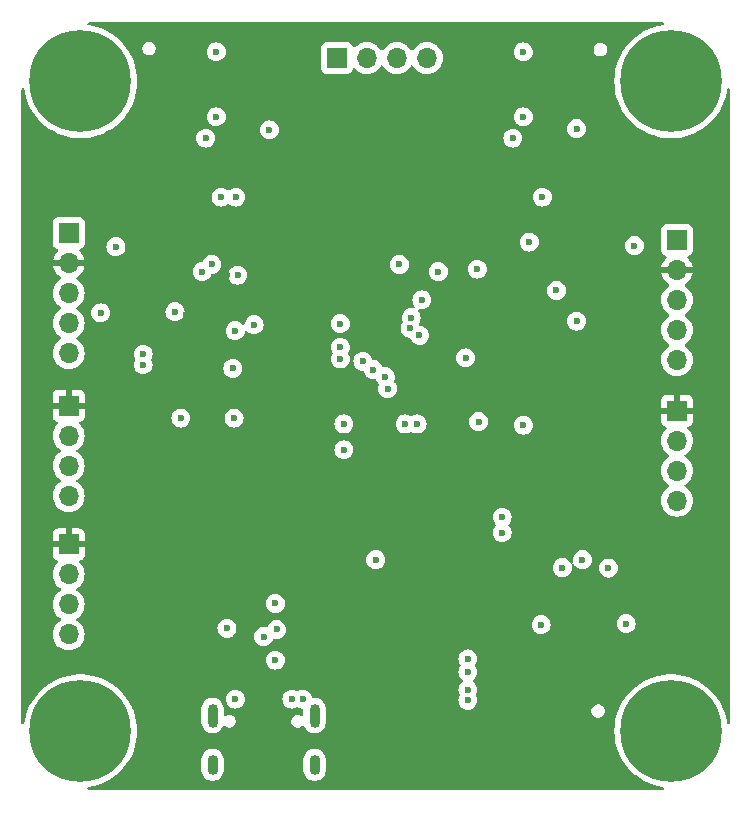
<source format=gbr>
%TF.GenerationSoftware,KiCad,Pcbnew,8.0.6*%
%TF.CreationDate,2024-12-12T23:36:56-08:00*%
%TF.ProjectId,KiCAD_MCPtest,4b694341-445f-44d4-9350-746573742e6b,rev?*%
%TF.SameCoordinates,Original*%
%TF.FileFunction,Copper,L3,Inr*%
%TF.FilePolarity,Positive*%
%FSLAX46Y46*%
G04 Gerber Fmt 4.6, Leading zero omitted, Abs format (unit mm)*
G04 Created by KiCad (PCBNEW 8.0.6) date 2024-12-12 23:36:56*
%MOMM*%
%LPD*%
G01*
G04 APERTURE LIST*
%TA.AperFunction,ComponentPad*%
%ADD10C,0.900000*%
%TD*%
%TA.AperFunction,ComponentPad*%
%ADD11C,8.600000*%
%TD*%
%TA.AperFunction,ComponentPad*%
%ADD12O,0.900000X1.700000*%
%TD*%
%TA.AperFunction,ComponentPad*%
%ADD13O,0.900000X2.000000*%
%TD*%
%TA.AperFunction,ComponentPad*%
%ADD14R,1.700000X1.700000*%
%TD*%
%TA.AperFunction,ComponentPad*%
%ADD15O,1.700000X1.700000*%
%TD*%
%TA.AperFunction,ViaPad*%
%ADD16C,0.600000*%
%TD*%
G04 APERTURE END LIST*
D10*
%TO.N,GND*%
%TO.C,H4*%
X101775000Y-103000000D03*
X102719581Y-100719581D03*
X102719581Y-105280419D03*
X105000000Y-99775000D03*
D11*
X105000000Y-103000000D03*
D10*
X105000000Y-106225000D03*
X107280419Y-100719581D03*
X107280419Y-105280419D03*
X108225000Y-103000000D03*
%TD*%
%TO.N,GND*%
%TO.C,H3*%
X151775000Y-103000000D03*
X152719581Y-100719581D03*
X152719581Y-105280419D03*
X155000000Y-99775000D03*
D11*
X155000000Y-103000000D03*
D10*
X155000000Y-106225000D03*
X157280419Y-100719581D03*
X157280419Y-105280419D03*
X158225000Y-103000000D03*
%TD*%
%TO.N,GND*%
%TO.C,H2*%
X158225000Y-48000000D03*
X157280419Y-50280419D03*
X157280419Y-45719581D03*
X155000000Y-51225000D03*
D11*
X155000000Y-48000000D03*
D10*
X155000000Y-44775000D03*
X152719581Y-50280419D03*
X152719581Y-45719581D03*
X151775000Y-48000000D03*
%TD*%
%TO.N,GND*%
%TO.C,H1*%
X101775000Y-48000000D03*
X102719581Y-45719581D03*
X102719581Y-50280419D03*
X105000000Y-44775000D03*
D11*
X105000000Y-48000000D03*
D10*
X105000000Y-51225000D03*
X107280419Y-45719581D03*
X107280419Y-50280419D03*
X108225000Y-48000000D03*
%TD*%
D12*
%TO.N,GND*%
%TO.C,P1*%
X124820000Y-105865000D03*
D13*
X124820000Y-101695000D03*
D12*
X116180000Y-105865000D03*
D13*
X116180000Y-101695000D03*
%TD*%
D14*
%TO.N,+5V*%
%TO.C,J1*%
X126700000Y-46000000D03*
D15*
%TO.N,CANH*%
X129240000Y-46000000D03*
%TO.N,CANL*%
X131780000Y-46000000D03*
%TO.N,GND*%
X134320000Y-46000000D03*
%TD*%
D14*
%TO.N,+5V*%
%TO.C,J3*%
X104000000Y-60840000D03*
D15*
%TO.N,+3V3*%
X104000000Y-63380000D03*
%TO.N,SWDIO*%
X104000000Y-65920000D03*
%TO.N,SWCLK*%
X104000000Y-68460000D03*
%TO.N,GND*%
X104000000Y-71000000D03*
%TD*%
%TO.N,GND*%
%TO.C,J5*%
X155500000Y-71580000D03*
%TO.N,SWCLK2*%
X155500000Y-69040000D03*
%TO.N,SWDIO2*%
X155500000Y-66500000D03*
%TO.N,+3V3*%
X155500000Y-63960000D03*
D14*
%TO.N,+5V*%
X155500000Y-61420000D03*
%TD*%
%TO.N,+3V3*%
%TO.C,J6*%
X155500000Y-75880000D03*
D15*
%TO.N,USART1_TX2*%
X155500000Y-78420000D03*
%TO.N,USART1_RX2*%
X155500000Y-80960000D03*
%TO.N,GND*%
X155500000Y-83500000D03*
%TD*%
D14*
%TO.N,+3V3*%
%TO.C,J4*%
X104000000Y-75460000D03*
D15*
%TO.N,USART1_TX*%
X104000000Y-78000000D03*
%TO.N,USART1_RX*%
X104000000Y-80540000D03*
%TO.N,GND*%
X104000000Y-83080000D03*
%TD*%
D14*
%TO.N,+3V3*%
%TO.C,J2*%
X104000000Y-87200000D03*
D15*
%TO.N,I2C1_SCL*%
X104000000Y-89740000D03*
%TO.N,I2C1_SDA*%
X104000000Y-92280000D03*
%TO.N,GND*%
X104000000Y-94820000D03*
%TD*%
D16*
%TO.N,+3V3*%
X113900000Y-67800000D03*
%TO.N,+5V*%
X121500000Y-92200000D03*
X118100000Y-100300000D03*
X122900000Y-100300000D03*
%TO.N,GND*%
X117900000Y-72300000D03*
X118300000Y-64400000D03*
%TO.N,+3V3*%
X117400000Y-64400000D03*
X127100000Y-67400000D03*
%TO.N,GND*%
X127000000Y-68500000D03*
X137600000Y-71400000D03*
%TO.N,SWCLK2*%
X145300000Y-65700000D03*
%TO.N,+5V*%
X118135000Y-57800000D03*
%TO.N,+3V3*%
X119500000Y-51500000D03*
%TO.N,+5V*%
X145800000Y-89175000D03*
X147500000Y-88500000D03*
X144100000Y-57800000D03*
%TO.N,GND*%
X140700000Y-86200000D03*
X140700000Y-84900000D03*
X147000000Y-68300000D03*
%TO.N,+3V3*%
X146000000Y-54000000D03*
%TO.N,GND*%
X151900000Y-61900000D03*
X143000000Y-61600000D03*
X147000000Y-52000000D03*
X141600000Y-52800000D03*
X116900000Y-57800000D03*
X121000000Y-52100000D03*
X115600000Y-52800000D03*
X108000000Y-62000000D03*
X115300000Y-64100000D03*
X116100000Y-63500000D03*
X113000000Y-67500000D03*
X110300000Y-72000000D03*
X110300000Y-71100000D03*
X113500000Y-76500000D03*
%TO.N,+3V3*%
X110900000Y-76000000D03*
X144000000Y-76400000D03*
%TO.N,GND*%
X142500000Y-77100000D03*
%TO.N,+3V3*%
X141100000Y-78500000D03*
%TO.N,GND*%
X138700000Y-76800000D03*
X133500000Y-77000000D03*
X132500000Y-77000000D03*
%TO.N,+3V3*%
X131100000Y-76500000D03*
%TO.N,GND*%
X131000000Y-74000000D03*
X130800000Y-73000000D03*
X132900000Y-68900000D03*
X133700000Y-69500000D03*
X133000000Y-68000000D03*
X132000000Y-63500000D03*
X133900000Y-66500000D03*
X138600000Y-63900000D03*
%TO.N,+3V3*%
X135300000Y-65600000D03*
%TO.N,GND*%
X135300000Y-64100000D03*
%TO.N,+3V3*%
X137500000Y-63900000D03*
X146500000Y-67000000D03*
X146800000Y-92000000D03*
%TO.N,GND*%
X117400000Y-94300000D03*
X123800000Y-100300000D03*
X121600000Y-94400000D03*
X130000000Y-88500000D03*
%TO.N,+3V3*%
X134000000Y-96300000D03*
X133200000Y-97700000D03*
X133200000Y-100000000D03*
X134000000Y-101100000D03*
%TO.N,GND*%
X137800000Y-100400000D03*
X137800000Y-99500000D03*
X137800000Y-98000000D03*
X137800000Y-96900000D03*
X144000000Y-94000000D03*
X151200000Y-93900000D03*
X149700000Y-89200000D03*
%TO.N,I2C1_SDA*%
X127300000Y-79200000D03*
X129800000Y-72400000D03*
%TO.N,I2C1_SCL*%
X127300000Y-77000000D03*
X128900000Y-71700000D03*
%TO.N,SWCLK*%
X106700000Y-67600000D03*
X119700000Y-68600000D03*
%TO.N,SWDIO*%
X118100000Y-69100000D03*
%TO.N,+3V3*%
X121600000Y-77000000D03*
X124000000Y-77000000D03*
%TO.N,GND*%
X118000000Y-76500000D03*
%TO.N,+3V3*%
X109500000Y-92200000D03*
%TO.N,USB_CONN_D-*%
X121500000Y-97000000D03*
X120500000Y-95000000D03*
%TO.N,USART1_TX*%
X127000000Y-71500000D03*
%TO.N,USART1_RX*%
X127000000Y-70500000D03*
%TO.N,CANH*%
X142500000Y-45500000D03*
X142500000Y-51000000D03*
X116500000Y-45500000D03*
X116500000Y-51000000D03*
%TD*%
%TA.AperFunction,Conductor*%
%TO.N,+3V3*%
G36*
X154356566Y-43019685D02*
G01*
X154402321Y-43072489D01*
X154412265Y-43141647D01*
X154383240Y-43205203D01*
X154324462Y-43242977D01*
X154311668Y-43246007D01*
X153930704Y-43315142D01*
X153515080Y-43429847D01*
X153515055Y-43429855D01*
X153111386Y-43581354D01*
X153111372Y-43581360D01*
X152722906Y-43768436D01*
X152722904Y-43768437D01*
X152352743Y-43989599D01*
X152003931Y-44243026D01*
X152003914Y-44243039D01*
X151679210Y-44526726D01*
X151679205Y-44526730D01*
X151381237Y-44838379D01*
X151381225Y-44838392D01*
X151112404Y-45175485D01*
X151112394Y-45175498D01*
X150874867Y-45535337D01*
X150874867Y-45535338D01*
X150874864Y-45535343D01*
X150874863Y-45535345D01*
X150865815Y-45552159D01*
X150670537Y-45915044D01*
X150670533Y-45915052D01*
X150501076Y-46311519D01*
X150501073Y-46311527D01*
X150367830Y-46721608D01*
X150271885Y-47141972D01*
X150214006Y-47569253D01*
X150214005Y-47569262D01*
X150194661Y-47999996D01*
X150194661Y-48000003D01*
X150214005Y-48430737D01*
X150214006Y-48430746D01*
X150271885Y-48858027D01*
X150367830Y-49278391D01*
X150501073Y-49688472D01*
X150501076Y-49688480D01*
X150670533Y-50084947D01*
X150670537Y-50084955D01*
X150670539Y-50084958D01*
X150874863Y-50464655D01*
X150874867Y-50464661D01*
X150874867Y-50464662D01*
X151112394Y-50824501D01*
X151112404Y-50824514D01*
X151381225Y-51161607D01*
X151381237Y-51161620D01*
X151676255Y-51470184D01*
X151679210Y-51473274D01*
X152003920Y-51756965D01*
X152003930Y-51756972D01*
X152003931Y-51756973D01*
X152229350Y-51920750D01*
X152352753Y-52010407D01*
X152722900Y-52231560D01*
X152722903Y-52231561D01*
X152722904Y-52231562D01*
X152722906Y-52231563D01*
X153111372Y-52418639D01*
X153111386Y-52418645D01*
X153515055Y-52570144D01*
X153515059Y-52570145D01*
X153515069Y-52570149D01*
X153930711Y-52684859D01*
X154354964Y-52761850D01*
X154784409Y-52800500D01*
X154784416Y-52800500D01*
X155215584Y-52800500D01*
X155215591Y-52800500D01*
X155645036Y-52761850D01*
X156069289Y-52684859D01*
X156484931Y-52570149D01*
X156888619Y-52418643D01*
X157277100Y-52231560D01*
X157647247Y-52010407D01*
X157996080Y-51756965D01*
X158320790Y-51473274D01*
X158618764Y-51161619D01*
X158887601Y-50824507D01*
X159125137Y-50464655D01*
X159329461Y-50084958D01*
X159498926Y-49688475D01*
X159632168Y-49278397D01*
X159728115Y-48858026D01*
X159753122Y-48673411D01*
X159781628Y-48609623D01*
X159840095Y-48571370D01*
X159909963Y-48570800D01*
X159969047Y-48608093D01*
X159998590Y-48671410D01*
X160000000Y-48690058D01*
X160000000Y-102309941D01*
X159980315Y-102376980D01*
X159927511Y-102422735D01*
X159858353Y-102432679D01*
X159794797Y-102403654D01*
X159757023Y-102344876D01*
X159753122Y-102326586D01*
X159728115Y-102141974D01*
X159632168Y-101721603D01*
X159498926Y-101311525D01*
X159419538Y-101125788D01*
X159329466Y-100915052D01*
X159329462Y-100915044D01*
X159304015Y-100867756D01*
X159125137Y-100535345D01*
X159125132Y-100535337D01*
X158887605Y-100175498D01*
X158887595Y-100175485D01*
X158618774Y-99838392D01*
X158618762Y-99838379D01*
X158320794Y-99526730D01*
X158320793Y-99526729D01*
X158320790Y-99526726D01*
X157996080Y-99243035D01*
X157996068Y-99243026D01*
X157647256Y-98989599D01*
X157647251Y-98989596D01*
X157647247Y-98989593D01*
X157277100Y-98768440D01*
X157277095Y-98768437D01*
X157277093Y-98768436D01*
X156888627Y-98581360D01*
X156888613Y-98581354D01*
X156484944Y-98429855D01*
X156484919Y-98429847D01*
X156069295Y-98315142D01*
X155645043Y-98238151D01*
X155645040Y-98238150D01*
X155645036Y-98238150D01*
X155215591Y-98199500D01*
X154784409Y-98199500D01*
X154354964Y-98238150D01*
X154354960Y-98238150D01*
X154354956Y-98238151D01*
X153930704Y-98315142D01*
X153515080Y-98429847D01*
X153515055Y-98429855D01*
X153111386Y-98581354D01*
X153111372Y-98581360D01*
X152722906Y-98768436D01*
X152722904Y-98768437D01*
X152352743Y-98989599D01*
X152003931Y-99243026D01*
X152003914Y-99243039D01*
X151679210Y-99526726D01*
X151679205Y-99526730D01*
X151381237Y-99838379D01*
X151381225Y-99838392D01*
X151112404Y-100175485D01*
X151112394Y-100175498D01*
X150874867Y-100535337D01*
X150874867Y-100535338D01*
X150670537Y-100915044D01*
X150670533Y-100915052D01*
X150501076Y-101311519D01*
X150501073Y-101311527D01*
X150367830Y-101721608D01*
X150271885Y-102141972D01*
X150214006Y-102569253D01*
X150214005Y-102569262D01*
X150194661Y-102999996D01*
X150194661Y-103000003D01*
X150214005Y-103430737D01*
X150214006Y-103430746D01*
X150271885Y-103858027D01*
X150367830Y-104278391D01*
X150501073Y-104688472D01*
X150501076Y-104688480D01*
X150670533Y-105084947D01*
X150670537Y-105084955D01*
X150670539Y-105084958D01*
X150874863Y-105464655D01*
X150874867Y-105464661D01*
X150874867Y-105464662D01*
X151112394Y-105824501D01*
X151112404Y-105824514D01*
X151381225Y-106161607D01*
X151381235Y-106161618D01*
X151381236Y-106161619D01*
X151679210Y-106473274D01*
X151940635Y-106701675D01*
X151956158Y-106715237D01*
X152003920Y-106756965D01*
X152003930Y-106756972D01*
X152003931Y-106756973D01*
X152342973Y-107003302D01*
X152352753Y-107010407D01*
X152722900Y-107231560D01*
X152722903Y-107231561D01*
X152722904Y-107231562D01*
X152722906Y-107231563D01*
X153111372Y-107418639D01*
X153111386Y-107418645D01*
X153515055Y-107570144D01*
X153515059Y-107570145D01*
X153515069Y-107570149D01*
X153930711Y-107684859D01*
X154261902Y-107744961D01*
X154311668Y-107753993D01*
X154374115Y-107785331D01*
X154409706Y-107845457D01*
X154407141Y-107915279D01*
X154367234Y-107972631D01*
X154302656Y-107999303D01*
X154289527Y-108000000D01*
X105710473Y-108000000D01*
X105643434Y-107980315D01*
X105597679Y-107927511D01*
X105587735Y-107858353D01*
X105616760Y-107794797D01*
X105675538Y-107757023D01*
X105688332Y-107753993D01*
X105729249Y-107746567D01*
X106069289Y-107684859D01*
X106484931Y-107570149D01*
X106888619Y-107418643D01*
X107277100Y-107231560D01*
X107647247Y-107010407D01*
X107996080Y-106756965D01*
X108320790Y-106473274D01*
X108618764Y-106161619D01*
X108887601Y-105824507D01*
X109125137Y-105464655D01*
X109175331Y-105371379D01*
X115229500Y-105371379D01*
X115229500Y-106358620D01*
X115266025Y-106542243D01*
X115266027Y-106542251D01*
X115337676Y-106715228D01*
X115337681Y-106715237D01*
X115441697Y-106870907D01*
X115441700Y-106870911D01*
X115574088Y-107003299D01*
X115574092Y-107003302D01*
X115729762Y-107107318D01*
X115729768Y-107107321D01*
X115729769Y-107107322D01*
X115902749Y-107178973D01*
X116086379Y-107215499D01*
X116086383Y-107215500D01*
X116086384Y-107215500D01*
X116273617Y-107215500D01*
X116273618Y-107215499D01*
X116457251Y-107178973D01*
X116630231Y-107107322D01*
X116785908Y-107003302D01*
X116918302Y-106870908D01*
X117022322Y-106715231D01*
X117093973Y-106542251D01*
X117130500Y-106358616D01*
X117130500Y-105371384D01*
X117130499Y-105371379D01*
X123869500Y-105371379D01*
X123869500Y-106358620D01*
X123906025Y-106542243D01*
X123906027Y-106542251D01*
X123977676Y-106715228D01*
X123977681Y-106715237D01*
X124081697Y-106870907D01*
X124081700Y-106870911D01*
X124214088Y-107003299D01*
X124214092Y-107003302D01*
X124369762Y-107107318D01*
X124369768Y-107107321D01*
X124369769Y-107107322D01*
X124542749Y-107178973D01*
X124726379Y-107215499D01*
X124726383Y-107215500D01*
X124726384Y-107215500D01*
X124913617Y-107215500D01*
X124913618Y-107215499D01*
X125097251Y-107178973D01*
X125270231Y-107107322D01*
X125425908Y-107003302D01*
X125558302Y-106870908D01*
X125662322Y-106715231D01*
X125733973Y-106542251D01*
X125770500Y-106358616D01*
X125770500Y-105371384D01*
X125733973Y-105187749D01*
X125662322Y-105014769D01*
X125662321Y-105014768D01*
X125662318Y-105014762D01*
X125558302Y-104859092D01*
X125558299Y-104859088D01*
X125425911Y-104726700D01*
X125425907Y-104726697D01*
X125270237Y-104622681D01*
X125270228Y-104622676D01*
X125097251Y-104551027D01*
X125097243Y-104551025D01*
X124913620Y-104514500D01*
X124913616Y-104514500D01*
X124726384Y-104514500D01*
X124726379Y-104514500D01*
X124542756Y-104551025D01*
X124542748Y-104551027D01*
X124369771Y-104622676D01*
X124369762Y-104622681D01*
X124214092Y-104726697D01*
X124214088Y-104726700D01*
X124081700Y-104859088D01*
X124081697Y-104859092D01*
X123977681Y-105014762D01*
X123977676Y-105014771D01*
X123906027Y-105187748D01*
X123906025Y-105187756D01*
X123869500Y-105371379D01*
X117130499Y-105371379D01*
X117093973Y-105187749D01*
X117022322Y-105014769D01*
X117022321Y-105014768D01*
X117022318Y-105014762D01*
X116918302Y-104859092D01*
X116918299Y-104859088D01*
X116785911Y-104726700D01*
X116785907Y-104726697D01*
X116630237Y-104622681D01*
X116630228Y-104622676D01*
X116457251Y-104551027D01*
X116457243Y-104551025D01*
X116273620Y-104514500D01*
X116273616Y-104514500D01*
X116086384Y-104514500D01*
X116086379Y-104514500D01*
X115902756Y-104551025D01*
X115902748Y-104551027D01*
X115729771Y-104622676D01*
X115729762Y-104622681D01*
X115574092Y-104726697D01*
X115574088Y-104726700D01*
X115441700Y-104859088D01*
X115441697Y-104859092D01*
X115337681Y-105014762D01*
X115337676Y-105014771D01*
X115266027Y-105187748D01*
X115266025Y-105187756D01*
X115229500Y-105371379D01*
X109175331Y-105371379D01*
X109329461Y-105084958D01*
X109498926Y-104688475D01*
X109632168Y-104278397D01*
X109728115Y-103858026D01*
X109785994Y-103430747D01*
X109805339Y-103000000D01*
X109785994Y-102569253D01*
X109728115Y-102141974D01*
X109632168Y-101721603D01*
X109498926Y-101311525D01*
X109419538Y-101125788D01*
X109387734Y-101051379D01*
X115229500Y-101051379D01*
X115229500Y-102338620D01*
X115266025Y-102522243D01*
X115266027Y-102522251D01*
X115337676Y-102695228D01*
X115337681Y-102695237D01*
X115441697Y-102850907D01*
X115441700Y-102850911D01*
X115574088Y-102983299D01*
X115574092Y-102983302D01*
X115729762Y-103087318D01*
X115729768Y-103087321D01*
X115729769Y-103087322D01*
X115902749Y-103158973D01*
X116086379Y-103195499D01*
X116086383Y-103195500D01*
X116086384Y-103195500D01*
X116273617Y-103195500D01*
X116273618Y-103195499D01*
X116457251Y-103158973D01*
X116630231Y-103087322D01*
X116785908Y-102983302D01*
X116918302Y-102850908D01*
X117022322Y-102695231D01*
X117047779Y-102633770D01*
X117091617Y-102579370D01*
X117157911Y-102557304D01*
X117225611Y-102574582D01*
X117250020Y-102593544D01*
X117271985Y-102615509D01*
X117271986Y-102615510D01*
X117271988Y-102615511D01*
X117397511Y-102687982D01*
X117397512Y-102687982D01*
X117397515Y-102687984D01*
X117537525Y-102725500D01*
X117537528Y-102725500D01*
X117682472Y-102725500D01*
X117682475Y-102725500D01*
X117822485Y-102687984D01*
X117948015Y-102615509D01*
X118050509Y-102513015D01*
X118122984Y-102387485D01*
X118160500Y-102247475D01*
X118160500Y-102102525D01*
X118122984Y-101962515D01*
X118050509Y-101836985D01*
X117948015Y-101734491D01*
X117948013Y-101734490D01*
X117948011Y-101734488D01*
X117822488Y-101662017D01*
X117822489Y-101662017D01*
X117811006Y-101658940D01*
X117682475Y-101624500D01*
X117537525Y-101624500D01*
X117408993Y-101658940D01*
X117397511Y-101662017D01*
X117316500Y-101708789D01*
X117248599Y-101725262D01*
X117182573Y-101702409D01*
X117139382Y-101647488D01*
X117130500Y-101601402D01*
X117130500Y-101051383D01*
X117130499Y-101051379D01*
X117117317Y-100985107D01*
X117093973Y-100867749D01*
X117022322Y-100694769D01*
X117022321Y-100694768D01*
X117022318Y-100694762D01*
X116918302Y-100539092D01*
X116918299Y-100539088D01*
X116785911Y-100406700D01*
X116785907Y-100406697D01*
X116630237Y-100302681D01*
X116630228Y-100302676D01*
X116623758Y-100299996D01*
X117294435Y-100299996D01*
X117294435Y-100300003D01*
X117314630Y-100479249D01*
X117314631Y-100479254D01*
X117374211Y-100649523D01*
X117422557Y-100726464D01*
X117470184Y-100802262D01*
X117597738Y-100929816D01*
X117750478Y-101025789D01*
X117901469Y-101078623D01*
X117920745Y-101085368D01*
X117920750Y-101085369D01*
X118099996Y-101105565D01*
X118100000Y-101105565D01*
X118100004Y-101105565D01*
X118279249Y-101085369D01*
X118279252Y-101085368D01*
X118279255Y-101085368D01*
X118449522Y-101025789D01*
X118602262Y-100929816D01*
X118729816Y-100802262D01*
X118825789Y-100649522D01*
X118885368Y-100479255D01*
X118893543Y-100406698D01*
X118905565Y-100300003D01*
X118905565Y-100299996D01*
X122094435Y-100299996D01*
X122094435Y-100300003D01*
X122114630Y-100479249D01*
X122114631Y-100479254D01*
X122174211Y-100649523D01*
X122222557Y-100726464D01*
X122270184Y-100802262D01*
X122397738Y-100929816D01*
X122550478Y-101025789D01*
X122701469Y-101078623D01*
X122720745Y-101085368D01*
X122720750Y-101085369D01*
X122899996Y-101105565D01*
X122900000Y-101105565D01*
X122900004Y-101105565D01*
X123079249Y-101085369D01*
X123079252Y-101085368D01*
X123079255Y-101085368D01*
X123249522Y-101025789D01*
X123284027Y-101004108D01*
X123351263Y-100985107D01*
X123415973Y-101004108D01*
X123450475Y-101025788D01*
X123620745Y-101085368D01*
X123620750Y-101085369D01*
X123759383Y-101100989D01*
X123823797Y-101128055D01*
X123863352Y-101185650D01*
X123869500Y-101224209D01*
X123869500Y-101601402D01*
X123849815Y-101668441D01*
X123797011Y-101714196D01*
X123727853Y-101724140D01*
X123683500Y-101708789D01*
X123602488Y-101662017D01*
X123602489Y-101662017D01*
X123591006Y-101658940D01*
X123462475Y-101624500D01*
X123317525Y-101624500D01*
X123188993Y-101658940D01*
X123177511Y-101662017D01*
X123051988Y-101734488D01*
X123051982Y-101734493D01*
X122949493Y-101836982D01*
X122949488Y-101836988D01*
X122877017Y-101962511D01*
X122877016Y-101962515D01*
X122839500Y-102102525D01*
X122839500Y-102247475D01*
X122863922Y-102338617D01*
X122877017Y-102387488D01*
X122949488Y-102513011D01*
X122949490Y-102513013D01*
X122949491Y-102513015D01*
X123051985Y-102615509D01*
X123051986Y-102615510D01*
X123051988Y-102615511D01*
X123177511Y-102687982D01*
X123177512Y-102687982D01*
X123177515Y-102687984D01*
X123317525Y-102725500D01*
X123317528Y-102725500D01*
X123462472Y-102725500D01*
X123462475Y-102725500D01*
X123602485Y-102687984D01*
X123728015Y-102615509D01*
X123749981Y-102593542D01*
X123811300Y-102560059D01*
X123880991Y-102565042D01*
X123936926Y-102606913D01*
X123952221Y-102633773D01*
X123977674Y-102695224D01*
X123977681Y-102695237D01*
X124081697Y-102850907D01*
X124081700Y-102850911D01*
X124214088Y-102983299D01*
X124214092Y-102983302D01*
X124369762Y-103087318D01*
X124369768Y-103087321D01*
X124369769Y-103087322D01*
X124542749Y-103158973D01*
X124726379Y-103195499D01*
X124726383Y-103195500D01*
X124726384Y-103195500D01*
X124913617Y-103195500D01*
X124913618Y-103195499D01*
X125097251Y-103158973D01*
X125270231Y-103087322D01*
X125425908Y-102983302D01*
X125558302Y-102850908D01*
X125662322Y-102695231D01*
X125733973Y-102522251D01*
X125770500Y-102338616D01*
X125770500Y-101224493D01*
X148250464Y-101224493D01*
X148250464Y-101375507D01*
X148289550Y-101521377D01*
X148289551Y-101521380D01*
X148335752Y-101601402D01*
X148365057Y-101652159D01*
X148471841Y-101758943D01*
X148563767Y-101812016D01*
X148602619Y-101834448D01*
X148602620Y-101834448D01*
X148602623Y-101834450D01*
X148748493Y-101873536D01*
X148899504Y-101873536D01*
X148899507Y-101873536D01*
X149045377Y-101834450D01*
X149176159Y-101758943D01*
X149282943Y-101652159D01*
X149358450Y-101521377D01*
X149397536Y-101375507D01*
X149400000Y-101300000D01*
X149397536Y-101224493D01*
X149358450Y-101078623D01*
X149282943Y-100947841D01*
X149176159Y-100841057D01*
X149108964Y-100802262D01*
X149045380Y-100765551D01*
X149045381Y-100765551D01*
X149033419Y-100762345D01*
X148899507Y-100726464D01*
X148899504Y-100726464D01*
X148748496Y-100726464D01*
X148748493Y-100726464D01*
X148614580Y-100762345D01*
X148602619Y-100765551D01*
X148471844Y-100841055D01*
X148471838Y-100841059D01*
X148365059Y-100947838D01*
X148365055Y-100947844D01*
X148289551Y-101078619D01*
X148289550Y-101078623D01*
X148250464Y-101224493D01*
X125770500Y-101224493D01*
X125770500Y-101051384D01*
X125733973Y-100867749D01*
X125662322Y-100694769D01*
X125662321Y-100694768D01*
X125662318Y-100694762D01*
X125558302Y-100539092D01*
X125558299Y-100539088D01*
X125425911Y-100406700D01*
X125425907Y-100406697D01*
X125270237Y-100302681D01*
X125270228Y-100302676D01*
X125097251Y-100231027D01*
X125097243Y-100231025D01*
X124913620Y-100194500D01*
X124913616Y-100194500D01*
X124726384Y-100194500D01*
X124726377Y-100194500D01*
X124724318Y-100194910D01*
X124723219Y-100194811D01*
X124720321Y-100195097D01*
X124720266Y-100194547D01*
X124654726Y-100188677D01*
X124599553Y-100145810D01*
X124583094Y-100114246D01*
X124560781Y-100050480D01*
X124525789Y-99950478D01*
X124429816Y-99797738D01*
X124302262Y-99670184D01*
X124249999Y-99637345D01*
X124149523Y-99574211D01*
X123979254Y-99514631D01*
X123979249Y-99514630D01*
X123800004Y-99494435D01*
X123799996Y-99494435D01*
X123620750Y-99514630D01*
X123620737Y-99514633D01*
X123450480Y-99574209D01*
X123415970Y-99595893D01*
X123348733Y-99614892D01*
X123284030Y-99595893D01*
X123249519Y-99574209D01*
X123079262Y-99514633D01*
X123079249Y-99514630D01*
X122900004Y-99494435D01*
X122899996Y-99494435D01*
X122720750Y-99514630D01*
X122720745Y-99514631D01*
X122550476Y-99574211D01*
X122397737Y-99670184D01*
X122270184Y-99797737D01*
X122174211Y-99950476D01*
X122114631Y-100120745D01*
X122114630Y-100120750D01*
X122094435Y-100299996D01*
X118905565Y-100299996D01*
X118885369Y-100120750D01*
X118885368Y-100120745D01*
X118860781Y-100050480D01*
X118825789Y-99950478D01*
X118729816Y-99797738D01*
X118602262Y-99670184D01*
X118549999Y-99637345D01*
X118449523Y-99574211D01*
X118279254Y-99514631D01*
X118279249Y-99514630D01*
X118100004Y-99494435D01*
X118099996Y-99494435D01*
X117920750Y-99514630D01*
X117920745Y-99514631D01*
X117750476Y-99574211D01*
X117597737Y-99670184D01*
X117470184Y-99797737D01*
X117374211Y-99950476D01*
X117314631Y-100120745D01*
X117314630Y-100120750D01*
X117294435Y-100299996D01*
X116623758Y-100299996D01*
X116457251Y-100231027D01*
X116457243Y-100231025D01*
X116273620Y-100194500D01*
X116273616Y-100194500D01*
X116086384Y-100194500D01*
X116086379Y-100194500D01*
X115902756Y-100231025D01*
X115902748Y-100231027D01*
X115729771Y-100302676D01*
X115729762Y-100302681D01*
X115574092Y-100406697D01*
X115574088Y-100406700D01*
X115441700Y-100539088D01*
X115441697Y-100539092D01*
X115337681Y-100694762D01*
X115337676Y-100694771D01*
X115266027Y-100867748D01*
X115266025Y-100867756D01*
X115229500Y-101051379D01*
X109387734Y-101051379D01*
X109329466Y-100915052D01*
X109329462Y-100915044D01*
X109304015Y-100867756D01*
X109125137Y-100535345D01*
X109125132Y-100535337D01*
X108887605Y-100175498D01*
X108887595Y-100175485D01*
X108618774Y-99838392D01*
X108618762Y-99838379D01*
X108320794Y-99526730D01*
X108320793Y-99526729D01*
X108320790Y-99526726D01*
X107996080Y-99243035D01*
X107996068Y-99243026D01*
X107647256Y-98989599D01*
X107647251Y-98989596D01*
X107647247Y-98989593D01*
X107277100Y-98768440D01*
X107277095Y-98768437D01*
X107277093Y-98768436D01*
X106888627Y-98581360D01*
X106888613Y-98581354D01*
X106484944Y-98429855D01*
X106484919Y-98429847D01*
X106069295Y-98315142D01*
X105645043Y-98238151D01*
X105645040Y-98238150D01*
X105645036Y-98238150D01*
X105215591Y-98199500D01*
X104784409Y-98199500D01*
X104354964Y-98238150D01*
X104354960Y-98238150D01*
X104354956Y-98238151D01*
X103930704Y-98315142D01*
X103515080Y-98429847D01*
X103515055Y-98429855D01*
X103111386Y-98581354D01*
X103111372Y-98581360D01*
X102722906Y-98768436D01*
X102722904Y-98768437D01*
X102352743Y-98989599D01*
X102003931Y-99243026D01*
X102003914Y-99243039D01*
X101679210Y-99526726D01*
X101679205Y-99526730D01*
X101381237Y-99838379D01*
X101381225Y-99838392D01*
X101112404Y-100175485D01*
X101112394Y-100175498D01*
X100874867Y-100535337D01*
X100874867Y-100535338D01*
X100670537Y-100915044D01*
X100670533Y-100915052D01*
X100501076Y-101311519D01*
X100501073Y-101311527D01*
X100367830Y-101721608D01*
X100271885Y-102141972D01*
X100271885Y-102141974D01*
X100249133Y-102309941D01*
X100246878Y-102326586D01*
X100218372Y-102390376D01*
X100159905Y-102428629D01*
X100090037Y-102429199D01*
X100030953Y-102391906D01*
X100001410Y-102328589D01*
X100000000Y-102309941D01*
X100000000Y-96999996D01*
X120694435Y-96999996D01*
X120694435Y-97000003D01*
X120714630Y-97179249D01*
X120714631Y-97179254D01*
X120774211Y-97349523D01*
X120838140Y-97451264D01*
X120870184Y-97502262D01*
X120997738Y-97629816D01*
X121150478Y-97725789D01*
X121320745Y-97785368D01*
X121320750Y-97785369D01*
X121499996Y-97805565D01*
X121500000Y-97805565D01*
X121500004Y-97805565D01*
X121679249Y-97785369D01*
X121679252Y-97785368D01*
X121679255Y-97785368D01*
X121849522Y-97725789D01*
X122002262Y-97629816D01*
X122129816Y-97502262D01*
X122225789Y-97349522D01*
X122285368Y-97179255D01*
X122285369Y-97179249D01*
X122305565Y-97000003D01*
X122305565Y-96999996D01*
X122294298Y-96899996D01*
X136994435Y-96899996D01*
X136994435Y-96900003D01*
X137014630Y-97079249D01*
X137014631Y-97079254D01*
X137074211Y-97249523D01*
X137158727Y-97384028D01*
X137177727Y-97451264D01*
X137158727Y-97515972D01*
X137074211Y-97650476D01*
X137014631Y-97820745D01*
X137014630Y-97820750D01*
X136994435Y-97999996D01*
X136994435Y-98000003D01*
X137014630Y-98179249D01*
X137014631Y-98179254D01*
X137074211Y-98349523D01*
X137170184Y-98502262D01*
X137297738Y-98629816D01*
X137321911Y-98645005D01*
X137321913Y-98645006D01*
X137368204Y-98697341D01*
X137378852Y-98766395D01*
X137350477Y-98830243D01*
X137321913Y-98854994D01*
X137297737Y-98870184D01*
X137170184Y-98997737D01*
X137074211Y-99150476D01*
X137014631Y-99320745D01*
X137014630Y-99320750D01*
X136994435Y-99499996D01*
X136994435Y-99500003D01*
X137014630Y-99679249D01*
X137014633Y-99679262D01*
X137074209Y-99849519D01*
X137095893Y-99884030D01*
X137114892Y-99951267D01*
X137095893Y-100015970D01*
X137074209Y-100050480D01*
X137014633Y-100220737D01*
X137014630Y-100220750D01*
X136994435Y-100399996D01*
X136994435Y-100400003D01*
X137014630Y-100579249D01*
X137014631Y-100579254D01*
X137074211Y-100749523D01*
X137148497Y-100867748D01*
X137170184Y-100902262D01*
X137297738Y-101029816D01*
X137450478Y-101125789D01*
X137620745Y-101185368D01*
X137620750Y-101185369D01*
X137799996Y-101205565D01*
X137800000Y-101205565D01*
X137800004Y-101205565D01*
X137979249Y-101185369D01*
X137979252Y-101185368D01*
X137979255Y-101185368D01*
X138149522Y-101125789D01*
X138302262Y-101029816D01*
X138429816Y-100902262D01*
X138525789Y-100749522D01*
X138585368Y-100579255D01*
X138585369Y-100579249D01*
X138605565Y-100400003D01*
X138605565Y-100399996D01*
X138585369Y-100220750D01*
X138585368Y-100220745D01*
X138525788Y-100050475D01*
X138504108Y-100015973D01*
X138485107Y-99948737D01*
X138504108Y-99884027D01*
X138525788Y-99849524D01*
X138525790Y-99849519D01*
X138585368Y-99679255D01*
X138597204Y-99574209D01*
X138605565Y-99500003D01*
X138605565Y-99499996D01*
X138585369Y-99320750D01*
X138585368Y-99320745D01*
X138525788Y-99150476D01*
X138429815Y-98997737D01*
X138302264Y-98870186D01*
X138302262Y-98870184D01*
X138278084Y-98854992D01*
X138231796Y-98802661D01*
X138221146Y-98733607D01*
X138249521Y-98669758D01*
X138278082Y-98645009D01*
X138302262Y-98629816D01*
X138429816Y-98502262D01*
X138525789Y-98349522D01*
X138585368Y-98179255D01*
X138605565Y-98000000D01*
X138585368Y-97820745D01*
X138525789Y-97650478D01*
X138525788Y-97650476D01*
X138525788Y-97650475D01*
X138481957Y-97580720D01*
X138441272Y-97515970D01*
X138422272Y-97448736D01*
X138441273Y-97384028D01*
X138525789Y-97249522D01*
X138585368Y-97079255D01*
X138585369Y-97079249D01*
X138605565Y-96900003D01*
X138605565Y-96899996D01*
X138585369Y-96720750D01*
X138585368Y-96720745D01*
X138525789Y-96550478D01*
X138429816Y-96397738D01*
X138302262Y-96270184D01*
X138213852Y-96214632D01*
X138149523Y-96174211D01*
X137979254Y-96114631D01*
X137979249Y-96114630D01*
X137800004Y-96094435D01*
X137799996Y-96094435D01*
X137620750Y-96114630D01*
X137620745Y-96114631D01*
X137450476Y-96174211D01*
X137297737Y-96270184D01*
X137170184Y-96397737D01*
X137074211Y-96550476D01*
X137014631Y-96720745D01*
X137014630Y-96720750D01*
X136994435Y-96899996D01*
X122294298Y-96899996D01*
X122285369Y-96820750D01*
X122285368Y-96820745D01*
X122225788Y-96650476D01*
X122162955Y-96550478D01*
X122129816Y-96497738D01*
X122002262Y-96370184D01*
X121849523Y-96274211D01*
X121679254Y-96214631D01*
X121679249Y-96214630D01*
X121500004Y-96194435D01*
X121499996Y-96194435D01*
X121320750Y-96214630D01*
X121320745Y-96214631D01*
X121150476Y-96274211D01*
X120997737Y-96370184D01*
X120870184Y-96497737D01*
X120774211Y-96650476D01*
X120714631Y-96820745D01*
X120714630Y-96820750D01*
X120694435Y-96999996D01*
X100000000Y-96999996D01*
X100000000Y-89739999D01*
X102644341Y-89739999D01*
X102644341Y-89740000D01*
X102664936Y-89975403D01*
X102664938Y-89975413D01*
X102726094Y-90203655D01*
X102726096Y-90203659D01*
X102726097Y-90203663D01*
X102825965Y-90417830D01*
X102825967Y-90417834D01*
X102961501Y-90611395D01*
X102961506Y-90611402D01*
X103128597Y-90778493D01*
X103128603Y-90778498D01*
X103314158Y-90908425D01*
X103357783Y-90963002D01*
X103364977Y-91032500D01*
X103333454Y-91094855D01*
X103314158Y-91111575D01*
X103128597Y-91241505D01*
X102961505Y-91408597D01*
X102825965Y-91602169D01*
X102825964Y-91602171D01*
X102726098Y-91816335D01*
X102726094Y-91816344D01*
X102664938Y-92044586D01*
X102664936Y-92044596D01*
X102644341Y-92279999D01*
X102644341Y-92280000D01*
X102664936Y-92515403D01*
X102664938Y-92515413D01*
X102726094Y-92743655D01*
X102726096Y-92743659D01*
X102726097Y-92743663D01*
X102766271Y-92829816D01*
X102825965Y-92957830D01*
X102825967Y-92957834D01*
X102961501Y-93151395D01*
X102961506Y-93151402D01*
X103128597Y-93318493D01*
X103128603Y-93318498D01*
X103314158Y-93448425D01*
X103357783Y-93503002D01*
X103364977Y-93572500D01*
X103333454Y-93634855D01*
X103314158Y-93651575D01*
X103128597Y-93781505D01*
X102961505Y-93948597D01*
X102825965Y-94142169D01*
X102825964Y-94142171D01*
X102726098Y-94356335D01*
X102726094Y-94356344D01*
X102664938Y-94584586D01*
X102664936Y-94584596D01*
X102644341Y-94819999D01*
X102644341Y-94820000D01*
X102664936Y-95055403D01*
X102664938Y-95055413D01*
X102726094Y-95283655D01*
X102726096Y-95283659D01*
X102726097Y-95283663D01*
X102756808Y-95349522D01*
X102825965Y-95497830D01*
X102825967Y-95497834D01*
X102829068Y-95502262D01*
X102961505Y-95691401D01*
X103128599Y-95858495D01*
X103225384Y-95926265D01*
X103322165Y-95994032D01*
X103322167Y-95994033D01*
X103322170Y-95994035D01*
X103536337Y-96093903D01*
X103764592Y-96155063D01*
X103952918Y-96171539D01*
X103999999Y-96175659D01*
X104000000Y-96175659D01*
X104000001Y-96175659D01*
X104039234Y-96172226D01*
X104235408Y-96155063D01*
X104463663Y-96093903D01*
X104677830Y-95994035D01*
X104871401Y-95858495D01*
X105038495Y-95691401D01*
X105174035Y-95497830D01*
X105273903Y-95283663D01*
X105335063Y-95055408D01*
X105355659Y-94820000D01*
X105335063Y-94584592D01*
X105273903Y-94356337D01*
X105247631Y-94299996D01*
X116594435Y-94299996D01*
X116594435Y-94300003D01*
X116614630Y-94479249D01*
X116614631Y-94479254D01*
X116674211Y-94649523D01*
X116737045Y-94749522D01*
X116770184Y-94802262D01*
X116897738Y-94929816D01*
X117050478Y-95025789D01*
X117135139Y-95055413D01*
X117220745Y-95085368D01*
X117220750Y-95085369D01*
X117399996Y-95105565D01*
X117400000Y-95105565D01*
X117400004Y-95105565D01*
X117579249Y-95085369D01*
X117579252Y-95085368D01*
X117579255Y-95085368D01*
X117749522Y-95025789D01*
X117790571Y-94999996D01*
X119694435Y-94999996D01*
X119694435Y-95000003D01*
X119714630Y-95179249D01*
X119714631Y-95179254D01*
X119774211Y-95349523D01*
X119867399Y-95497830D01*
X119870184Y-95502262D01*
X119997738Y-95629816D01*
X120150478Y-95725789D01*
X120320745Y-95785368D01*
X120320750Y-95785369D01*
X120499996Y-95805565D01*
X120500000Y-95805565D01*
X120500004Y-95805565D01*
X120679249Y-95785369D01*
X120679252Y-95785368D01*
X120679255Y-95785368D01*
X120849522Y-95725789D01*
X121002262Y-95629816D01*
X121129816Y-95502262D01*
X121225789Y-95349522D01*
X121257275Y-95259537D01*
X121297996Y-95202763D01*
X121362949Y-95177015D01*
X121415272Y-95183453D01*
X121420745Y-95185368D01*
X121420752Y-95185368D01*
X121420753Y-95185369D01*
X121599996Y-95205565D01*
X121600000Y-95205565D01*
X121600004Y-95205565D01*
X121779249Y-95185369D01*
X121779252Y-95185368D01*
X121779255Y-95185368D01*
X121949522Y-95125789D01*
X122102262Y-95029816D01*
X122229816Y-94902262D01*
X122325789Y-94749522D01*
X122385368Y-94579255D01*
X122385369Y-94579249D01*
X122405565Y-94400003D01*
X122405565Y-94399996D01*
X122385369Y-94220750D01*
X122385368Y-94220745D01*
X122350376Y-94120745D01*
X122325789Y-94050478D01*
X122294069Y-93999996D01*
X143194435Y-93999996D01*
X143194435Y-94000003D01*
X143214630Y-94179249D01*
X143214631Y-94179254D01*
X143274211Y-94349523D01*
X143355724Y-94479249D01*
X143370184Y-94502262D01*
X143497738Y-94629816D01*
X143650478Y-94725789D01*
X143718306Y-94749523D01*
X143820745Y-94785368D01*
X143820750Y-94785369D01*
X143999996Y-94805565D01*
X144000000Y-94805565D01*
X144000004Y-94805565D01*
X144179249Y-94785369D01*
X144179252Y-94785368D01*
X144179255Y-94785368D01*
X144349522Y-94725789D01*
X144502262Y-94629816D01*
X144629816Y-94502262D01*
X144725789Y-94349522D01*
X144785368Y-94179255D01*
X144785369Y-94179249D01*
X144805565Y-94000003D01*
X144805565Y-93999996D01*
X144794298Y-93899996D01*
X150394435Y-93899996D01*
X150394435Y-93900003D01*
X150414630Y-94079249D01*
X150414631Y-94079254D01*
X150474211Y-94249523D01*
X150481069Y-94260437D01*
X150570184Y-94402262D01*
X150697738Y-94529816D01*
X150850478Y-94625789D01*
X151020745Y-94685368D01*
X151020750Y-94685369D01*
X151199996Y-94705565D01*
X151200000Y-94705565D01*
X151200004Y-94705565D01*
X151379249Y-94685369D01*
X151379252Y-94685368D01*
X151379255Y-94685368D01*
X151549522Y-94625789D01*
X151702262Y-94529816D01*
X151829816Y-94402262D01*
X151925789Y-94249522D01*
X151985368Y-94079255D01*
X151985369Y-94079249D01*
X152005565Y-93900003D01*
X152005565Y-93899996D01*
X151985369Y-93720750D01*
X151985368Y-93720745D01*
X151961164Y-93651575D01*
X151925789Y-93550478D01*
X151903265Y-93514632D01*
X151829815Y-93397737D01*
X151702262Y-93270184D01*
X151549523Y-93174211D01*
X151379254Y-93114631D01*
X151379249Y-93114630D01*
X151200004Y-93094435D01*
X151199996Y-93094435D01*
X151020750Y-93114630D01*
X151020745Y-93114631D01*
X150850476Y-93174211D01*
X150697737Y-93270184D01*
X150570184Y-93397737D01*
X150474211Y-93550476D01*
X150414631Y-93720745D01*
X150414630Y-93720750D01*
X150394435Y-93899996D01*
X144794298Y-93899996D01*
X144785369Y-93820750D01*
X144785368Y-93820745D01*
X144725789Y-93650478D01*
X144722953Y-93645965D01*
X144662955Y-93550478D01*
X144629816Y-93497738D01*
X144502262Y-93370184D01*
X144349523Y-93274211D01*
X144179254Y-93214631D01*
X144179249Y-93214630D01*
X144000004Y-93194435D01*
X143999996Y-93194435D01*
X143820750Y-93214630D01*
X143820745Y-93214631D01*
X143650476Y-93274211D01*
X143497737Y-93370184D01*
X143370184Y-93497737D01*
X143274211Y-93650476D01*
X143214631Y-93820745D01*
X143214630Y-93820750D01*
X143194435Y-93999996D01*
X122294069Y-93999996D01*
X122229816Y-93897738D01*
X122102262Y-93770184D01*
X121949523Y-93674211D01*
X121779254Y-93614631D01*
X121779249Y-93614630D01*
X121600004Y-93594435D01*
X121599996Y-93594435D01*
X121420750Y-93614630D01*
X121420745Y-93614631D01*
X121250476Y-93674211D01*
X121097737Y-93770184D01*
X120970184Y-93897737D01*
X120874211Y-94050476D01*
X120842725Y-94140460D01*
X120802003Y-94197236D01*
X120737050Y-94222983D01*
X120684732Y-94216548D01*
X120679253Y-94214631D01*
X120500004Y-94194435D01*
X120499996Y-94194435D01*
X120320750Y-94214630D01*
X120320745Y-94214631D01*
X120150476Y-94274211D01*
X119997737Y-94370184D01*
X119870184Y-94497737D01*
X119774211Y-94650476D01*
X119714631Y-94820745D01*
X119714630Y-94820750D01*
X119694435Y-94999996D01*
X117790571Y-94999996D01*
X117902262Y-94929816D01*
X118029816Y-94802262D01*
X118125789Y-94649522D01*
X118185368Y-94479255D01*
X118194043Y-94402262D01*
X118205565Y-94300003D01*
X118205565Y-94299996D01*
X118185369Y-94120750D01*
X118185368Y-94120745D01*
X118170848Y-94079249D01*
X118125789Y-93950478D01*
X118124608Y-93948599D01*
X118029815Y-93797737D01*
X117902262Y-93670184D01*
X117749523Y-93574211D01*
X117579254Y-93514631D01*
X117579249Y-93514630D01*
X117400004Y-93494435D01*
X117399996Y-93494435D01*
X117220750Y-93514630D01*
X117220745Y-93514631D01*
X117050476Y-93574211D01*
X116897737Y-93670184D01*
X116770184Y-93797737D01*
X116674211Y-93950476D01*
X116614631Y-94120745D01*
X116614630Y-94120750D01*
X116594435Y-94299996D01*
X105247631Y-94299996D01*
X105174035Y-94142171D01*
X105159033Y-94120745D01*
X105038494Y-93948597D01*
X104871402Y-93781506D01*
X104871396Y-93781501D01*
X104685842Y-93651575D01*
X104642217Y-93596998D01*
X104635023Y-93527500D01*
X104666546Y-93465145D01*
X104685842Y-93448425D01*
X104758232Y-93397737D01*
X104871401Y-93318495D01*
X105038495Y-93151401D01*
X105174035Y-92957830D01*
X105273903Y-92743663D01*
X105335063Y-92515408D01*
X105355659Y-92280000D01*
X105348659Y-92199996D01*
X120694435Y-92199996D01*
X120694435Y-92200003D01*
X120714630Y-92379249D01*
X120714631Y-92379254D01*
X120774211Y-92549523D01*
X120870184Y-92702262D01*
X120997738Y-92829816D01*
X121150478Y-92925789D01*
X121320745Y-92985368D01*
X121320750Y-92985369D01*
X121499996Y-93005565D01*
X121500000Y-93005565D01*
X121500004Y-93005565D01*
X121679249Y-92985369D01*
X121679252Y-92985368D01*
X121679255Y-92985368D01*
X121849522Y-92925789D01*
X122002262Y-92829816D01*
X122129816Y-92702262D01*
X122225789Y-92549522D01*
X122285368Y-92379255D01*
X122285369Y-92379249D01*
X122305565Y-92200003D01*
X122305565Y-92199996D01*
X122285369Y-92020750D01*
X122285368Y-92020745D01*
X122225788Y-91850476D01*
X122129815Y-91697737D01*
X122002262Y-91570184D01*
X121849523Y-91474211D01*
X121679254Y-91414631D01*
X121679249Y-91414630D01*
X121500004Y-91394435D01*
X121499996Y-91394435D01*
X121320750Y-91414630D01*
X121320745Y-91414631D01*
X121150476Y-91474211D01*
X120997737Y-91570184D01*
X120870184Y-91697737D01*
X120774211Y-91850476D01*
X120714631Y-92020745D01*
X120714630Y-92020750D01*
X120694435Y-92199996D01*
X105348659Y-92199996D01*
X105335063Y-92044592D01*
X105273903Y-91816337D01*
X105174035Y-91602171D01*
X105042720Y-91414632D01*
X105038494Y-91408597D01*
X104871402Y-91241506D01*
X104871396Y-91241501D01*
X104685842Y-91111575D01*
X104642217Y-91056998D01*
X104635023Y-90987500D01*
X104666546Y-90925145D01*
X104685842Y-90908425D01*
X104708026Y-90892891D01*
X104871401Y-90778495D01*
X105038495Y-90611401D01*
X105174035Y-90417830D01*
X105273903Y-90203663D01*
X105335063Y-89975408D01*
X105355659Y-89740000D01*
X105335063Y-89504592D01*
X105273903Y-89276337D01*
X105174035Y-89062171D01*
X105145028Y-89020745D01*
X105038496Y-88868600D01*
X104991494Y-88821598D01*
X104916179Y-88746283D01*
X104882696Y-88684963D01*
X104887680Y-88615271D01*
X104929551Y-88559337D01*
X104960529Y-88542422D01*
X105074278Y-88499996D01*
X129194435Y-88499996D01*
X129194435Y-88500003D01*
X129214630Y-88679249D01*
X129214631Y-88679254D01*
X129274211Y-88849523D01*
X129320006Y-88922405D01*
X129370184Y-89002262D01*
X129497738Y-89129816D01*
X129650478Y-89225789D01*
X129794930Y-89276335D01*
X129820745Y-89285368D01*
X129820750Y-89285369D01*
X129999996Y-89305565D01*
X130000000Y-89305565D01*
X130000004Y-89305565D01*
X130179249Y-89285369D01*
X130179252Y-89285368D01*
X130179255Y-89285368D01*
X130349522Y-89225789D01*
X130430359Y-89174996D01*
X144994435Y-89174996D01*
X144994435Y-89175003D01*
X145014630Y-89354249D01*
X145014631Y-89354254D01*
X145074211Y-89524523D01*
X145089920Y-89549523D01*
X145170184Y-89677262D01*
X145297738Y-89804816D01*
X145450478Y-89900789D01*
X145521924Y-89925789D01*
X145620745Y-89960368D01*
X145620750Y-89960369D01*
X145799996Y-89980565D01*
X145800000Y-89980565D01*
X145800004Y-89980565D01*
X145979249Y-89960369D01*
X145979252Y-89960368D01*
X145979255Y-89960368D01*
X146149522Y-89900789D01*
X146302262Y-89804816D01*
X146429816Y-89677262D01*
X146525789Y-89524522D01*
X146585368Y-89354255D01*
X146593130Y-89285368D01*
X146605565Y-89175003D01*
X146605565Y-89174997D01*
X146584859Y-88991227D01*
X146596913Y-88922405D01*
X146644262Y-88871025D01*
X146711873Y-88853401D01*
X146778279Y-88875127D01*
X146813072Y-88911370D01*
X146870182Y-89002260D01*
X146870184Y-89002262D01*
X146997738Y-89129816D01*
X147150478Y-89225789D01*
X147294930Y-89276335D01*
X147320745Y-89285368D01*
X147320750Y-89285369D01*
X147499996Y-89305565D01*
X147500000Y-89305565D01*
X147500004Y-89305565D01*
X147679249Y-89285369D01*
X147679252Y-89285368D01*
X147679255Y-89285368D01*
X147849522Y-89225789D01*
X147890571Y-89199996D01*
X148894435Y-89199996D01*
X148894435Y-89200003D01*
X148914630Y-89379249D01*
X148914631Y-89379254D01*
X148974211Y-89549523D01*
X149054475Y-89677262D01*
X149070184Y-89702262D01*
X149197738Y-89829816D01*
X149350478Y-89925789D01*
X149449299Y-89960368D01*
X149520745Y-89985368D01*
X149520750Y-89985369D01*
X149699996Y-90005565D01*
X149700000Y-90005565D01*
X149700004Y-90005565D01*
X149879249Y-89985369D01*
X149879252Y-89985368D01*
X149879255Y-89985368D01*
X150049522Y-89925789D01*
X150202262Y-89829816D01*
X150329816Y-89702262D01*
X150425789Y-89549522D01*
X150485368Y-89379255D01*
X150488185Y-89354254D01*
X150505565Y-89200003D01*
X150505565Y-89199996D01*
X150485369Y-89020750D01*
X150485368Y-89020745D01*
X150425789Y-88850478D01*
X150425188Y-88849522D01*
X150360321Y-88746286D01*
X150329816Y-88697738D01*
X150202262Y-88570184D01*
X150158079Y-88542422D01*
X150049523Y-88474211D01*
X149879254Y-88414631D01*
X149879249Y-88414630D01*
X149700004Y-88394435D01*
X149699996Y-88394435D01*
X149520750Y-88414630D01*
X149520745Y-88414631D01*
X149350476Y-88474211D01*
X149197737Y-88570184D01*
X149070184Y-88697737D01*
X148974211Y-88850476D01*
X148914631Y-89020745D01*
X148914630Y-89020750D01*
X148894435Y-89199996D01*
X147890571Y-89199996D01*
X148002262Y-89129816D01*
X148129816Y-89002262D01*
X148225789Y-88849522D01*
X148285368Y-88679255D01*
X148285369Y-88679249D01*
X148305565Y-88500003D01*
X148305565Y-88499996D01*
X148285369Y-88320750D01*
X148285368Y-88320745D01*
X148275340Y-88292086D01*
X148225789Y-88150478D01*
X148129816Y-87997738D01*
X148002262Y-87870184D01*
X147849523Y-87774211D01*
X147679254Y-87714631D01*
X147679249Y-87714630D01*
X147500004Y-87694435D01*
X147499996Y-87694435D01*
X147320750Y-87714630D01*
X147320745Y-87714631D01*
X147150476Y-87774211D01*
X146997737Y-87870184D01*
X146870184Y-87997737D01*
X146774211Y-88150476D01*
X146714631Y-88320745D01*
X146714630Y-88320750D01*
X146694435Y-88499996D01*
X146694435Y-88500003D01*
X146715140Y-88683773D01*
X146703085Y-88752595D01*
X146655736Y-88803974D01*
X146588126Y-88821598D01*
X146521720Y-88799871D01*
X146486926Y-88763628D01*
X146429816Y-88672738D01*
X146302262Y-88545184D01*
X146230357Y-88500003D01*
X146149523Y-88449211D01*
X145979254Y-88389631D01*
X145979249Y-88389630D01*
X145800004Y-88369435D01*
X145799996Y-88369435D01*
X145620750Y-88389630D01*
X145620745Y-88389631D01*
X145450476Y-88449211D01*
X145297737Y-88545184D01*
X145170184Y-88672737D01*
X145074211Y-88825476D01*
X145014631Y-88995745D01*
X145014630Y-88995750D01*
X144994435Y-89174996D01*
X130430359Y-89174996D01*
X130502262Y-89129816D01*
X130629816Y-89002262D01*
X130725789Y-88849522D01*
X130785368Y-88679255D01*
X130785369Y-88679249D01*
X130805565Y-88500003D01*
X130805565Y-88499996D01*
X130785369Y-88320750D01*
X130785368Y-88320745D01*
X130775340Y-88292086D01*
X130725789Y-88150478D01*
X130629816Y-87997738D01*
X130502262Y-87870184D01*
X130349523Y-87774211D01*
X130179254Y-87714631D01*
X130179249Y-87714630D01*
X130000004Y-87694435D01*
X129999996Y-87694435D01*
X129820750Y-87714630D01*
X129820745Y-87714631D01*
X129650476Y-87774211D01*
X129497737Y-87870184D01*
X129370184Y-87997737D01*
X129274211Y-88150476D01*
X129214631Y-88320745D01*
X129214630Y-88320750D01*
X129194435Y-88499996D01*
X105074278Y-88499996D01*
X105092086Y-88493354D01*
X105092093Y-88493350D01*
X105207187Y-88407190D01*
X105207190Y-88407187D01*
X105293350Y-88292093D01*
X105293354Y-88292086D01*
X105343596Y-88157379D01*
X105343598Y-88157372D01*
X105349999Y-88097844D01*
X105350000Y-88097827D01*
X105350000Y-87450000D01*
X104433012Y-87450000D01*
X104465925Y-87392993D01*
X104500000Y-87265826D01*
X104500000Y-87134174D01*
X104465925Y-87007007D01*
X104433012Y-86950000D01*
X105350000Y-86950000D01*
X105350000Y-86302172D01*
X105349999Y-86302155D01*
X105343598Y-86242627D01*
X105343596Y-86242620D01*
X105293354Y-86107913D01*
X105293350Y-86107906D01*
X105207190Y-85992812D01*
X105207187Y-85992809D01*
X105092093Y-85906649D01*
X105092086Y-85906645D01*
X104957379Y-85856403D01*
X104957372Y-85856401D01*
X104897844Y-85850000D01*
X104250000Y-85850000D01*
X104250000Y-86766988D01*
X104192993Y-86734075D01*
X104065826Y-86700000D01*
X103934174Y-86700000D01*
X103807007Y-86734075D01*
X103750000Y-86766988D01*
X103750000Y-85850000D01*
X103102155Y-85850000D01*
X103042627Y-85856401D01*
X103042620Y-85856403D01*
X102907913Y-85906645D01*
X102907906Y-85906649D01*
X102792812Y-85992809D01*
X102792809Y-85992812D01*
X102706649Y-86107906D01*
X102706645Y-86107913D01*
X102656403Y-86242620D01*
X102656401Y-86242627D01*
X102650000Y-86302155D01*
X102650000Y-86950000D01*
X103566988Y-86950000D01*
X103534075Y-87007007D01*
X103500000Y-87134174D01*
X103500000Y-87265826D01*
X103534075Y-87392993D01*
X103566988Y-87450000D01*
X102650000Y-87450000D01*
X102650000Y-88097844D01*
X102656401Y-88157372D01*
X102656403Y-88157379D01*
X102706645Y-88292086D01*
X102706649Y-88292093D01*
X102792809Y-88407187D01*
X102792812Y-88407190D01*
X102907906Y-88493350D01*
X102907913Y-88493354D01*
X103039470Y-88542421D01*
X103095403Y-88584292D01*
X103119821Y-88649756D01*
X103104970Y-88718029D01*
X103083819Y-88746284D01*
X102961503Y-88868600D01*
X102825965Y-89062169D01*
X102825964Y-89062171D01*
X102726098Y-89276335D01*
X102726094Y-89276344D01*
X102664938Y-89504586D01*
X102664936Y-89504596D01*
X102644341Y-89739999D01*
X100000000Y-89739999D01*
X100000000Y-84899996D01*
X139894435Y-84899996D01*
X139894435Y-84900003D01*
X139914630Y-85079249D01*
X139914631Y-85079254D01*
X139974211Y-85249523D01*
X140070184Y-85402262D01*
X140130241Y-85462319D01*
X140163726Y-85523642D01*
X140158742Y-85593334D01*
X140130241Y-85637681D01*
X140070184Y-85697737D01*
X139974211Y-85850476D01*
X139914631Y-86020745D01*
X139914630Y-86020750D01*
X139894435Y-86199996D01*
X139894435Y-86200003D01*
X139914630Y-86379249D01*
X139914631Y-86379254D01*
X139974211Y-86549523D01*
X140068763Y-86700000D01*
X140070184Y-86702262D01*
X140197738Y-86829816D01*
X140288080Y-86886582D01*
X140298283Y-86892993D01*
X140350478Y-86925789D01*
X140520745Y-86985368D01*
X140520750Y-86985369D01*
X140699996Y-87005565D01*
X140700000Y-87005565D01*
X140700004Y-87005565D01*
X140879249Y-86985369D01*
X140879252Y-86985368D01*
X140879255Y-86985368D01*
X141049522Y-86925789D01*
X141202262Y-86829816D01*
X141329816Y-86702262D01*
X141425789Y-86549522D01*
X141485368Y-86379255D01*
X141505565Y-86200000D01*
X141495189Y-86107913D01*
X141485369Y-86020750D01*
X141485368Y-86020745D01*
X141445444Y-85906649D01*
X141425789Y-85850478D01*
X141329816Y-85697738D01*
X141269759Y-85637681D01*
X141236274Y-85576358D01*
X141241258Y-85506666D01*
X141269759Y-85462319D01*
X141329816Y-85402262D01*
X141425789Y-85249522D01*
X141485368Y-85079255D01*
X141505565Y-84900000D01*
X141498248Y-84835063D01*
X141485369Y-84720750D01*
X141485368Y-84720745D01*
X141425788Y-84550476D01*
X141340702Y-84415063D01*
X141329816Y-84397738D01*
X141202262Y-84270184D01*
X141176561Y-84254035D01*
X141049523Y-84174211D01*
X140879254Y-84114631D01*
X140879249Y-84114630D01*
X140700004Y-84094435D01*
X140699996Y-84094435D01*
X140520750Y-84114630D01*
X140520745Y-84114631D01*
X140350476Y-84174211D01*
X140197737Y-84270184D01*
X140070184Y-84397737D01*
X139974211Y-84550476D01*
X139914631Y-84720745D01*
X139914630Y-84720750D01*
X139894435Y-84899996D01*
X100000000Y-84899996D01*
X100000000Y-77999999D01*
X102644341Y-77999999D01*
X102644341Y-78000000D01*
X102664936Y-78235403D01*
X102664938Y-78235413D01*
X102726094Y-78463655D01*
X102726096Y-78463659D01*
X102726097Y-78463663D01*
X102731016Y-78474211D01*
X102825965Y-78677830D01*
X102825967Y-78677834D01*
X102961501Y-78871395D01*
X102961506Y-78871402D01*
X103128597Y-79038493D01*
X103128603Y-79038498D01*
X103314158Y-79168425D01*
X103357783Y-79223002D01*
X103364977Y-79292500D01*
X103333454Y-79354855D01*
X103314158Y-79371575D01*
X103128597Y-79501505D01*
X102961505Y-79668597D01*
X102825965Y-79862169D01*
X102825964Y-79862171D01*
X102726098Y-80076335D01*
X102726094Y-80076344D01*
X102664938Y-80304586D01*
X102664936Y-80304596D01*
X102644341Y-80539999D01*
X102644341Y-80540000D01*
X102664936Y-80775403D01*
X102664938Y-80775413D01*
X102726094Y-81003655D01*
X102726096Y-81003659D01*
X102726097Y-81003663D01*
X102815507Y-81195403D01*
X102825965Y-81217830D01*
X102825967Y-81217834D01*
X102961501Y-81411395D01*
X102961506Y-81411402D01*
X103128597Y-81578493D01*
X103128603Y-81578498D01*
X103314158Y-81708425D01*
X103357783Y-81763002D01*
X103364977Y-81832500D01*
X103333454Y-81894855D01*
X103314158Y-81911575D01*
X103128597Y-82041505D01*
X102961505Y-82208597D01*
X102825965Y-82402169D01*
X102825964Y-82402171D01*
X102726098Y-82616335D01*
X102726094Y-82616344D01*
X102664938Y-82844586D01*
X102664936Y-82844596D01*
X102644341Y-83079999D01*
X102644341Y-83080000D01*
X102664936Y-83315403D01*
X102664938Y-83315413D01*
X102726094Y-83543655D01*
X102726096Y-83543659D01*
X102726097Y-83543663D01*
X102815507Y-83735403D01*
X102825965Y-83757830D01*
X102825967Y-83757834D01*
X102934281Y-83912521D01*
X102961505Y-83951401D01*
X103128599Y-84118495D01*
X103208170Y-84174211D01*
X103322165Y-84254032D01*
X103322167Y-84254033D01*
X103322170Y-84254035D01*
X103536337Y-84353903D01*
X103764592Y-84415063D01*
X103952918Y-84431539D01*
X103999999Y-84435659D01*
X104000000Y-84435659D01*
X104000001Y-84435659D01*
X104039234Y-84432226D01*
X104235408Y-84415063D01*
X104463663Y-84353903D01*
X104677830Y-84254035D01*
X104871401Y-84118495D01*
X105038495Y-83951401D01*
X105174035Y-83757830D01*
X105273903Y-83543663D01*
X105335063Y-83315408D01*
X105355659Y-83080000D01*
X105335063Y-82844592D01*
X105273903Y-82616337D01*
X105174035Y-82402171D01*
X105124604Y-82331575D01*
X105038494Y-82208597D01*
X104871402Y-82041506D01*
X104871396Y-82041501D01*
X104685842Y-81911575D01*
X104642217Y-81856998D01*
X104635023Y-81787500D01*
X104666546Y-81725145D01*
X104685842Y-81708425D01*
X104786662Y-81637830D01*
X104871401Y-81578495D01*
X105038495Y-81411401D01*
X105174035Y-81217830D01*
X105273903Y-81003663D01*
X105335063Y-80775408D01*
X105355659Y-80540000D01*
X105335063Y-80304592D01*
X105273903Y-80076337D01*
X105174035Y-79862171D01*
X105151380Y-79829815D01*
X105038494Y-79668597D01*
X104871402Y-79501506D01*
X104871396Y-79501501D01*
X104685842Y-79371575D01*
X104642217Y-79316998D01*
X104635023Y-79247500D01*
X104659038Y-79199996D01*
X126494435Y-79199996D01*
X126494435Y-79200003D01*
X126514630Y-79379249D01*
X126514631Y-79379254D01*
X126574211Y-79549523D01*
X126649031Y-79668597D01*
X126670184Y-79702262D01*
X126797738Y-79829816D01*
X126849231Y-79862171D01*
X126943661Y-79921506D01*
X126950478Y-79925789D01*
X127120745Y-79985368D01*
X127120750Y-79985369D01*
X127299996Y-80005565D01*
X127300000Y-80005565D01*
X127300004Y-80005565D01*
X127479249Y-79985369D01*
X127479252Y-79985368D01*
X127479255Y-79985368D01*
X127649522Y-79925789D01*
X127802262Y-79829816D01*
X127929816Y-79702262D01*
X128025789Y-79549522D01*
X128085368Y-79379255D01*
X128085369Y-79379249D01*
X128105565Y-79200003D01*
X128105565Y-79199996D01*
X128085369Y-79020750D01*
X128085368Y-79020745D01*
X128037398Y-78883655D01*
X128025789Y-78850478D01*
X127929816Y-78697738D01*
X127802262Y-78570184D01*
X127649523Y-78474211D01*
X127494595Y-78419999D01*
X154144341Y-78419999D01*
X154144341Y-78420000D01*
X154164936Y-78655403D01*
X154164938Y-78655413D01*
X154226094Y-78883655D01*
X154226096Y-78883659D01*
X154226097Y-78883663D01*
X154290020Y-79020745D01*
X154325965Y-79097830D01*
X154325967Y-79097834D01*
X154461501Y-79291395D01*
X154461506Y-79291402D01*
X154628597Y-79458493D01*
X154628603Y-79458498D01*
X154814158Y-79588425D01*
X154857783Y-79643002D01*
X154864977Y-79712500D01*
X154833454Y-79774855D01*
X154814158Y-79791575D01*
X154628597Y-79921505D01*
X154461505Y-80088597D01*
X154325965Y-80282169D01*
X154325964Y-80282171D01*
X154226098Y-80496335D01*
X154226094Y-80496344D01*
X154164938Y-80724586D01*
X154164936Y-80724596D01*
X154144341Y-80959999D01*
X154144341Y-80960000D01*
X154164936Y-81195403D01*
X154164938Y-81195413D01*
X154226094Y-81423655D01*
X154226096Y-81423659D01*
X154226097Y-81423663D01*
X154298296Y-81578493D01*
X154325965Y-81637830D01*
X154325967Y-81637834D01*
X154461501Y-81831395D01*
X154461506Y-81831402D01*
X154628597Y-81998493D01*
X154628603Y-81998498D01*
X154814158Y-82128425D01*
X154857783Y-82183002D01*
X154864977Y-82252500D01*
X154833454Y-82314855D01*
X154814158Y-82331575D01*
X154628597Y-82461505D01*
X154461505Y-82628597D01*
X154325965Y-82822169D01*
X154325964Y-82822171D01*
X154226098Y-83036335D01*
X154226094Y-83036344D01*
X154164938Y-83264586D01*
X154164936Y-83264596D01*
X154144341Y-83499999D01*
X154144341Y-83500000D01*
X154164936Y-83735403D01*
X154164938Y-83735413D01*
X154226094Y-83963655D01*
X154226096Y-83963659D01*
X154226097Y-83963663D01*
X154287077Y-84094435D01*
X154325965Y-84177830D01*
X154325967Y-84177834D01*
X154379324Y-84254035D01*
X154461505Y-84371401D01*
X154628599Y-84538495D01*
X154725384Y-84606265D01*
X154822165Y-84674032D01*
X154822167Y-84674033D01*
X154822170Y-84674035D01*
X155036337Y-84773903D01*
X155264592Y-84835063D01*
X155452918Y-84851539D01*
X155499999Y-84855659D01*
X155500000Y-84855659D01*
X155500001Y-84855659D01*
X155539234Y-84852226D01*
X155735408Y-84835063D01*
X155963663Y-84773903D01*
X156177830Y-84674035D01*
X156371401Y-84538495D01*
X156538495Y-84371401D01*
X156674035Y-84177830D01*
X156773903Y-83963663D01*
X156835063Y-83735408D01*
X156855659Y-83500000D01*
X156835063Y-83264592D01*
X156773903Y-83036337D01*
X156674035Y-82822171D01*
X156538495Y-82628599D01*
X156538494Y-82628597D01*
X156371402Y-82461506D01*
X156371396Y-82461501D01*
X156185842Y-82331575D01*
X156142217Y-82276998D01*
X156135023Y-82207500D01*
X156166546Y-82145145D01*
X156185842Y-82128425D01*
X156309982Y-82041501D01*
X156371401Y-81998495D01*
X156538495Y-81831401D01*
X156674035Y-81637830D01*
X156773903Y-81423663D01*
X156835063Y-81195408D01*
X156855659Y-80960000D01*
X156835063Y-80724592D01*
X156773903Y-80496337D01*
X156674035Y-80282171D01*
X156538495Y-80088599D01*
X156538494Y-80088597D01*
X156371402Y-79921506D01*
X156371396Y-79921501D01*
X156185842Y-79791575D01*
X156142217Y-79736998D01*
X156135023Y-79667500D01*
X156166546Y-79605145D01*
X156185842Y-79588425D01*
X156309982Y-79501501D01*
X156371401Y-79458495D01*
X156538495Y-79291401D01*
X156674035Y-79097830D01*
X156773903Y-78883663D01*
X156835063Y-78655408D01*
X156855659Y-78420000D01*
X156835063Y-78184592D01*
X156773903Y-77956337D01*
X156674035Y-77742171D01*
X156665383Y-77729815D01*
X156538496Y-77548600D01*
X156492158Y-77502262D01*
X156416179Y-77426283D01*
X156382696Y-77364963D01*
X156387680Y-77295271D01*
X156429551Y-77239337D01*
X156460529Y-77222422D01*
X156592086Y-77173354D01*
X156592093Y-77173350D01*
X156707187Y-77087190D01*
X156707190Y-77087187D01*
X156793350Y-76972093D01*
X156793354Y-76972086D01*
X156843596Y-76837379D01*
X156843598Y-76837372D01*
X156849999Y-76777844D01*
X156850000Y-76777827D01*
X156850000Y-76130000D01*
X155933012Y-76130000D01*
X155965925Y-76072993D01*
X156000000Y-75945826D01*
X156000000Y-75814174D01*
X155965925Y-75687007D01*
X155933012Y-75630000D01*
X156850000Y-75630000D01*
X156850000Y-74982172D01*
X156849999Y-74982155D01*
X156843598Y-74922627D01*
X156843596Y-74922620D01*
X156793354Y-74787913D01*
X156793350Y-74787906D01*
X156707190Y-74672812D01*
X156707187Y-74672809D01*
X156592093Y-74586649D01*
X156592086Y-74586645D01*
X156457379Y-74536403D01*
X156457372Y-74536401D01*
X156397844Y-74530000D01*
X155750000Y-74530000D01*
X155750000Y-75446988D01*
X155692993Y-75414075D01*
X155565826Y-75380000D01*
X155434174Y-75380000D01*
X155307007Y-75414075D01*
X155250000Y-75446988D01*
X155250000Y-74530000D01*
X154602155Y-74530000D01*
X154542627Y-74536401D01*
X154542620Y-74536403D01*
X154407913Y-74586645D01*
X154407906Y-74586649D01*
X154292812Y-74672809D01*
X154292809Y-74672812D01*
X154206649Y-74787906D01*
X154206645Y-74787913D01*
X154156403Y-74922620D01*
X154156401Y-74922627D01*
X154150000Y-74982155D01*
X154150000Y-75630000D01*
X155066988Y-75630000D01*
X155034075Y-75687007D01*
X155000000Y-75814174D01*
X155000000Y-75945826D01*
X155034075Y-76072993D01*
X155066988Y-76130000D01*
X154150000Y-76130000D01*
X154150000Y-76777844D01*
X154156401Y-76837372D01*
X154156403Y-76837379D01*
X154206645Y-76972086D01*
X154206649Y-76972093D01*
X154292809Y-77087187D01*
X154292812Y-77087190D01*
X154407906Y-77173350D01*
X154407913Y-77173354D01*
X154539470Y-77222421D01*
X154595403Y-77264292D01*
X154619821Y-77329756D01*
X154604970Y-77398029D01*
X154583819Y-77426284D01*
X154461503Y-77548600D01*
X154325965Y-77742169D01*
X154325964Y-77742171D01*
X154226098Y-77956335D01*
X154226094Y-77956344D01*
X154164938Y-78184586D01*
X154164936Y-78184596D01*
X154144341Y-78419999D01*
X127494595Y-78419999D01*
X127479254Y-78414631D01*
X127479249Y-78414630D01*
X127300004Y-78394435D01*
X127299996Y-78394435D01*
X127120750Y-78414630D01*
X127120745Y-78414631D01*
X126950476Y-78474211D01*
X126797737Y-78570184D01*
X126670184Y-78697737D01*
X126574211Y-78850476D01*
X126514631Y-79020745D01*
X126514630Y-79020750D01*
X126494435Y-79199996D01*
X104659038Y-79199996D01*
X104666546Y-79185145D01*
X104685842Y-79168425D01*
X104786662Y-79097830D01*
X104871401Y-79038495D01*
X105038495Y-78871401D01*
X105174035Y-78677830D01*
X105273903Y-78463663D01*
X105335063Y-78235408D01*
X105355659Y-78000000D01*
X105335063Y-77764592D01*
X105273903Y-77536337D01*
X105174035Y-77322171D01*
X105162407Y-77305565D01*
X105038496Y-77128600D01*
X104994833Y-77084937D01*
X104916179Y-77006283D01*
X104882696Y-76944963D01*
X104887680Y-76875271D01*
X104929551Y-76819337D01*
X104960529Y-76802422D01*
X105092086Y-76753354D01*
X105092093Y-76753350D01*
X105207187Y-76667190D01*
X105207190Y-76667187D01*
X105293350Y-76552093D01*
X105293354Y-76552086D01*
X105312782Y-76499996D01*
X112694435Y-76499996D01*
X112694435Y-76500003D01*
X112714630Y-76679249D01*
X112714631Y-76679254D01*
X112774211Y-76849523D01*
X112854957Y-76978029D01*
X112870184Y-77002262D01*
X112997738Y-77129816D01*
X113067022Y-77173350D01*
X113145117Y-77222421D01*
X113150478Y-77225789D01*
X113303258Y-77279249D01*
X113320745Y-77285368D01*
X113320750Y-77285369D01*
X113499996Y-77305565D01*
X113500000Y-77305565D01*
X113500004Y-77305565D01*
X113679249Y-77285369D01*
X113679252Y-77285368D01*
X113679255Y-77285368D01*
X113849522Y-77225789D01*
X114002262Y-77129816D01*
X114129816Y-77002262D01*
X114225789Y-76849522D01*
X114285368Y-76679255D01*
X114285369Y-76679249D01*
X114305565Y-76500003D01*
X114305565Y-76499996D01*
X117194435Y-76499996D01*
X117194435Y-76500003D01*
X117214630Y-76679249D01*
X117214631Y-76679254D01*
X117274211Y-76849523D01*
X117354957Y-76978029D01*
X117370184Y-77002262D01*
X117497738Y-77129816D01*
X117567022Y-77173350D01*
X117645117Y-77222421D01*
X117650478Y-77225789D01*
X117803258Y-77279249D01*
X117820745Y-77285368D01*
X117820750Y-77285369D01*
X117999996Y-77305565D01*
X118000000Y-77305565D01*
X118000004Y-77305565D01*
X118179249Y-77285369D01*
X118179252Y-77285368D01*
X118179255Y-77285368D01*
X118349522Y-77225789D01*
X118502262Y-77129816D01*
X118629816Y-77002262D01*
X118631240Y-76999996D01*
X126494435Y-76999996D01*
X126494435Y-77000003D01*
X126514630Y-77179249D01*
X126514631Y-77179254D01*
X126574211Y-77349523D01*
X126622445Y-77426286D01*
X126670184Y-77502262D01*
X126797738Y-77629816D01*
X126950478Y-77725789D01*
X127061371Y-77764592D01*
X127120745Y-77785368D01*
X127120750Y-77785369D01*
X127299996Y-77805565D01*
X127300000Y-77805565D01*
X127300004Y-77805565D01*
X127479249Y-77785369D01*
X127479252Y-77785368D01*
X127479255Y-77785368D01*
X127649522Y-77725789D01*
X127802262Y-77629816D01*
X127929816Y-77502262D01*
X128025789Y-77349522D01*
X128085368Y-77179255D01*
X128086033Y-77173354D01*
X128105565Y-77000003D01*
X128105565Y-76999996D01*
X131694435Y-76999996D01*
X131694435Y-77000003D01*
X131714630Y-77179249D01*
X131714631Y-77179254D01*
X131774211Y-77349523D01*
X131822445Y-77426286D01*
X131870184Y-77502262D01*
X131997738Y-77629816D01*
X132150478Y-77725789D01*
X132261371Y-77764592D01*
X132320745Y-77785368D01*
X132320750Y-77785369D01*
X132499996Y-77805565D01*
X132500000Y-77805565D01*
X132500004Y-77805565D01*
X132679249Y-77785369D01*
X132679252Y-77785368D01*
X132679255Y-77785368D01*
X132849522Y-77725789D01*
X132934027Y-77672691D01*
X133001264Y-77653690D01*
X133065973Y-77672691D01*
X133150475Y-77725788D01*
X133320745Y-77785368D01*
X133320750Y-77785369D01*
X133499996Y-77805565D01*
X133500000Y-77805565D01*
X133500004Y-77805565D01*
X133679249Y-77785369D01*
X133679252Y-77785368D01*
X133679255Y-77785368D01*
X133849522Y-77725789D01*
X134002262Y-77629816D01*
X134129816Y-77502262D01*
X134225789Y-77349522D01*
X134285368Y-77179255D01*
X134286033Y-77173354D01*
X134305565Y-77000003D01*
X134305565Y-76999996D01*
X134285369Y-76820750D01*
X134285368Y-76820745D01*
X134284875Y-76819337D01*
X134278107Y-76799996D01*
X137894435Y-76799996D01*
X137894435Y-76800003D01*
X137914630Y-76979249D01*
X137914631Y-76979254D01*
X137974211Y-77149523D01*
X138034810Y-77245965D01*
X138070184Y-77302262D01*
X138197738Y-77429816D01*
X138350478Y-77525789D01*
X138520745Y-77585368D01*
X138520750Y-77585369D01*
X138699996Y-77605565D01*
X138700000Y-77605565D01*
X138700004Y-77605565D01*
X138879249Y-77585369D01*
X138879252Y-77585368D01*
X138879255Y-77585368D01*
X139049522Y-77525789D01*
X139202262Y-77429816D01*
X139329816Y-77302262D01*
X139425789Y-77149522D01*
X139443119Y-77099996D01*
X141694435Y-77099996D01*
X141694435Y-77100003D01*
X141714630Y-77279249D01*
X141714631Y-77279254D01*
X141774211Y-77449523D01*
X141828765Y-77536344D01*
X141870184Y-77602262D01*
X141997738Y-77729816D01*
X142150478Y-77825789D01*
X142320745Y-77885368D01*
X142320750Y-77885369D01*
X142499996Y-77905565D01*
X142500000Y-77905565D01*
X142500004Y-77905565D01*
X142679249Y-77885369D01*
X142679252Y-77885368D01*
X142679255Y-77885368D01*
X142849522Y-77825789D01*
X143002262Y-77729816D01*
X143129816Y-77602262D01*
X143225789Y-77449522D01*
X143285368Y-77279255D01*
X143291392Y-77225789D01*
X143305565Y-77100003D01*
X143305565Y-77099996D01*
X143285369Y-76920750D01*
X143285368Y-76920745D01*
X143256197Y-76837379D01*
X143225789Y-76750478D01*
X143210469Y-76726097D01*
X143162955Y-76650478D01*
X143129816Y-76597738D01*
X143002262Y-76470184D01*
X142970897Y-76450476D01*
X142849523Y-76374211D01*
X142679254Y-76314631D01*
X142679249Y-76314630D01*
X142500004Y-76294435D01*
X142499996Y-76294435D01*
X142320750Y-76314630D01*
X142320745Y-76314631D01*
X142150476Y-76374211D01*
X141997737Y-76470184D01*
X141870184Y-76597737D01*
X141774211Y-76750476D01*
X141714631Y-76920745D01*
X141714630Y-76920750D01*
X141694435Y-77099996D01*
X139443119Y-77099996D01*
X139485368Y-76979255D01*
X139491960Y-76920750D01*
X139505565Y-76800003D01*
X139505565Y-76799996D01*
X139485369Y-76620750D01*
X139485368Y-76620745D01*
X139425789Y-76450478D01*
X139404991Y-76417379D01*
X139360094Y-76345925D01*
X139329816Y-76297738D01*
X139202262Y-76170184D01*
X139138310Y-76130000D01*
X139049523Y-76074211D01*
X138879254Y-76014631D01*
X138879249Y-76014630D01*
X138700004Y-75994435D01*
X138699996Y-75994435D01*
X138520750Y-76014630D01*
X138520745Y-76014631D01*
X138350476Y-76074211D01*
X138197737Y-76170184D01*
X138070184Y-76297737D01*
X137974211Y-76450476D01*
X137914631Y-76620745D01*
X137914630Y-76620750D01*
X137894435Y-76799996D01*
X134278107Y-76799996D01*
X134225789Y-76650478D01*
X134207106Y-76620745D01*
X134186582Y-76588080D01*
X134129816Y-76497738D01*
X134002262Y-76370184D01*
X133934027Y-76327309D01*
X133849523Y-76274211D01*
X133679254Y-76214631D01*
X133679249Y-76214630D01*
X133500004Y-76194435D01*
X133499996Y-76194435D01*
X133320750Y-76214630D01*
X133320737Y-76214633D01*
X133150479Y-76274209D01*
X133065971Y-76327309D01*
X132998734Y-76346309D01*
X132934029Y-76327309D01*
X132849520Y-76274209D01*
X132679262Y-76214633D01*
X132679249Y-76214630D01*
X132500004Y-76194435D01*
X132499996Y-76194435D01*
X132320750Y-76214630D01*
X132320745Y-76214631D01*
X132150476Y-76274211D01*
X131997737Y-76370184D01*
X131870184Y-76497737D01*
X131774211Y-76650476D01*
X131714631Y-76820745D01*
X131714630Y-76820750D01*
X131694435Y-76999996D01*
X128105565Y-76999996D01*
X128085369Y-76820750D01*
X128085368Y-76820745D01*
X128084875Y-76819337D01*
X128025789Y-76650478D01*
X128007106Y-76620745D01*
X127986582Y-76588080D01*
X127929816Y-76497738D01*
X127802262Y-76370184D01*
X127734027Y-76327309D01*
X127649523Y-76274211D01*
X127479254Y-76214631D01*
X127479249Y-76214630D01*
X127300004Y-76194435D01*
X127299996Y-76194435D01*
X127120750Y-76214630D01*
X127120745Y-76214631D01*
X126950476Y-76274211D01*
X126797737Y-76370184D01*
X126670184Y-76497737D01*
X126574211Y-76650476D01*
X126514631Y-76820745D01*
X126514630Y-76820750D01*
X126494435Y-76999996D01*
X118631240Y-76999996D01*
X118725789Y-76849522D01*
X118785368Y-76679255D01*
X118785369Y-76679249D01*
X118805565Y-76500003D01*
X118805565Y-76499996D01*
X118785369Y-76320750D01*
X118785368Y-76320745D01*
X118783228Y-76314630D01*
X118725789Y-76150478D01*
X118629816Y-75997738D01*
X118502262Y-75870184D01*
X118413123Y-75814174D01*
X118349523Y-75774211D01*
X118179254Y-75714631D01*
X118179249Y-75714630D01*
X118000004Y-75694435D01*
X117999996Y-75694435D01*
X117820750Y-75714630D01*
X117820745Y-75714631D01*
X117650476Y-75774211D01*
X117497737Y-75870184D01*
X117370184Y-75997737D01*
X117274211Y-76150476D01*
X117214631Y-76320745D01*
X117214630Y-76320750D01*
X117194435Y-76499996D01*
X114305565Y-76499996D01*
X114285369Y-76320750D01*
X114285368Y-76320745D01*
X114283228Y-76314630D01*
X114225789Y-76150478D01*
X114129816Y-75997738D01*
X114002262Y-75870184D01*
X113913123Y-75814174D01*
X113849523Y-75774211D01*
X113679254Y-75714631D01*
X113679249Y-75714630D01*
X113500004Y-75694435D01*
X113499996Y-75694435D01*
X113320750Y-75714630D01*
X113320745Y-75714631D01*
X113150476Y-75774211D01*
X112997737Y-75870184D01*
X112870184Y-75997737D01*
X112774211Y-76150476D01*
X112714631Y-76320745D01*
X112714630Y-76320750D01*
X112694435Y-76499996D01*
X105312782Y-76499996D01*
X105343596Y-76417379D01*
X105343598Y-76417372D01*
X105349999Y-76357844D01*
X105350000Y-76357827D01*
X105350000Y-75710000D01*
X104433012Y-75710000D01*
X104465925Y-75652993D01*
X104500000Y-75525826D01*
X104500000Y-75394174D01*
X104465925Y-75267007D01*
X104433012Y-75210000D01*
X105350000Y-75210000D01*
X105350000Y-74562172D01*
X105349999Y-74562155D01*
X105343598Y-74502627D01*
X105343596Y-74502620D01*
X105293354Y-74367913D01*
X105293350Y-74367906D01*
X105207190Y-74252812D01*
X105207187Y-74252809D01*
X105092093Y-74166649D01*
X105092086Y-74166645D01*
X104957379Y-74116403D01*
X104957372Y-74116401D01*
X104897844Y-74110000D01*
X104250000Y-74110000D01*
X104250000Y-75026988D01*
X104192993Y-74994075D01*
X104065826Y-74960000D01*
X103934174Y-74960000D01*
X103807007Y-74994075D01*
X103750000Y-75026988D01*
X103750000Y-74110000D01*
X103102155Y-74110000D01*
X103042627Y-74116401D01*
X103042620Y-74116403D01*
X102907913Y-74166645D01*
X102907906Y-74166649D01*
X102792812Y-74252809D01*
X102792809Y-74252812D01*
X102706649Y-74367906D01*
X102706645Y-74367913D01*
X102656403Y-74502620D01*
X102656401Y-74502627D01*
X102650000Y-74562155D01*
X102650000Y-75210000D01*
X103566988Y-75210000D01*
X103534075Y-75267007D01*
X103500000Y-75394174D01*
X103500000Y-75525826D01*
X103534075Y-75652993D01*
X103566988Y-75710000D01*
X102650000Y-75710000D01*
X102650000Y-76357844D01*
X102656401Y-76417372D01*
X102656403Y-76417379D01*
X102706645Y-76552086D01*
X102706649Y-76552093D01*
X102792809Y-76667187D01*
X102792812Y-76667190D01*
X102907906Y-76753350D01*
X102907913Y-76753354D01*
X103039470Y-76802421D01*
X103095403Y-76844292D01*
X103119821Y-76909756D01*
X103104970Y-76978029D01*
X103083819Y-77006284D01*
X102961503Y-77128600D01*
X102825965Y-77322169D01*
X102825964Y-77322171D01*
X102726098Y-77536335D01*
X102726094Y-77536344D01*
X102664938Y-77764586D01*
X102664936Y-77764596D01*
X102644341Y-77999999D01*
X100000000Y-77999999D01*
X100000000Y-65919999D01*
X102644341Y-65919999D01*
X102644341Y-65920000D01*
X102664936Y-66155403D01*
X102664938Y-66155413D01*
X102726094Y-66383655D01*
X102726096Y-66383659D01*
X102726097Y-66383663D01*
X102782941Y-66505565D01*
X102825965Y-66597830D01*
X102825967Y-66597834D01*
X102907749Y-66714630D01*
X102949468Y-66774211D01*
X102961501Y-66791395D01*
X102961506Y-66791402D01*
X103128597Y-66958493D01*
X103128603Y-66958498D01*
X103314158Y-67088425D01*
X103357783Y-67143002D01*
X103364977Y-67212500D01*
X103333454Y-67274855D01*
X103314158Y-67291575D01*
X103128597Y-67421505D01*
X102961505Y-67588597D01*
X102825965Y-67782169D01*
X102825964Y-67782171D01*
X102726098Y-67996335D01*
X102726094Y-67996344D01*
X102664938Y-68224586D01*
X102664936Y-68224596D01*
X102644341Y-68459999D01*
X102644341Y-68460000D01*
X102664936Y-68695403D01*
X102664938Y-68695413D01*
X102726094Y-68923655D01*
X102726096Y-68923659D01*
X102726097Y-68923663D01*
X102810920Y-69105565D01*
X102825965Y-69137830D01*
X102825967Y-69137834D01*
X102904173Y-69249523D01*
X102957575Y-69325789D01*
X102961501Y-69331395D01*
X102961506Y-69331402D01*
X103128597Y-69498493D01*
X103128603Y-69498498D01*
X103314158Y-69628425D01*
X103357783Y-69683002D01*
X103364977Y-69752500D01*
X103333454Y-69814855D01*
X103314158Y-69831575D01*
X103128597Y-69961505D01*
X102961505Y-70128597D01*
X102825965Y-70322169D01*
X102825964Y-70322171D01*
X102726098Y-70536335D01*
X102726094Y-70536344D01*
X102664938Y-70764586D01*
X102664936Y-70764596D01*
X102644341Y-70999999D01*
X102644341Y-71000000D01*
X102664936Y-71235403D01*
X102664938Y-71235413D01*
X102726094Y-71463655D01*
X102726096Y-71463659D01*
X102726097Y-71463663D01*
X102822400Y-71670184D01*
X102825965Y-71677830D01*
X102825967Y-71677834D01*
X102922295Y-71815403D01*
X102961505Y-71871401D01*
X103128599Y-72038495D01*
X103225384Y-72106265D01*
X103322165Y-72174032D01*
X103322167Y-72174033D01*
X103322170Y-72174035D01*
X103536337Y-72273903D01*
X103764592Y-72335063D01*
X103929867Y-72349523D01*
X103999999Y-72355659D01*
X104000000Y-72355659D01*
X104000001Y-72355659D01*
X104039234Y-72352226D01*
X104235408Y-72335063D01*
X104463663Y-72273903D01*
X104677830Y-72174035D01*
X104871401Y-72038495D01*
X105038495Y-71871401D01*
X105174035Y-71677830D01*
X105273903Y-71463663D01*
X105335063Y-71235408D01*
X105346910Y-71099996D01*
X109494435Y-71099996D01*
X109494435Y-71100003D01*
X109514630Y-71279249D01*
X109514633Y-71279262D01*
X109574209Y-71449519D01*
X109595893Y-71484030D01*
X109614892Y-71551267D01*
X109595893Y-71615970D01*
X109574209Y-71650480D01*
X109514633Y-71820737D01*
X109514630Y-71820750D01*
X109494435Y-71999996D01*
X109494435Y-72000003D01*
X109514630Y-72179249D01*
X109514631Y-72179254D01*
X109574211Y-72349523D01*
X109655724Y-72479249D01*
X109670184Y-72502262D01*
X109797738Y-72629816D01*
X109950478Y-72725789D01*
X110120745Y-72785368D01*
X110120750Y-72785369D01*
X110299996Y-72805565D01*
X110300000Y-72805565D01*
X110300004Y-72805565D01*
X110479249Y-72785369D01*
X110479252Y-72785368D01*
X110479255Y-72785368D01*
X110649522Y-72725789D01*
X110802262Y-72629816D01*
X110929816Y-72502262D01*
X111025789Y-72349522D01*
X111043119Y-72299996D01*
X117094435Y-72299996D01*
X117094435Y-72300003D01*
X117114630Y-72479249D01*
X117114631Y-72479254D01*
X117174211Y-72649523D01*
X117237045Y-72749522D01*
X117270184Y-72802262D01*
X117397738Y-72929816D01*
X117550478Y-73025789D01*
X117561984Y-73029815D01*
X117720745Y-73085368D01*
X117720750Y-73085369D01*
X117899996Y-73105565D01*
X117900000Y-73105565D01*
X117900004Y-73105565D01*
X118079249Y-73085369D01*
X118079252Y-73085368D01*
X118079255Y-73085368D01*
X118249522Y-73025789D01*
X118402262Y-72929816D01*
X118529816Y-72802262D01*
X118625789Y-72649522D01*
X118685368Y-72479255D01*
X118685369Y-72479249D01*
X118705565Y-72300003D01*
X118705565Y-72299996D01*
X118685369Y-72120750D01*
X118685368Y-72120745D01*
X118625789Y-71950478D01*
X118529816Y-71797738D01*
X118402262Y-71670184D01*
X118249523Y-71574211D01*
X118079254Y-71514631D01*
X118079249Y-71514630D01*
X117900004Y-71494435D01*
X117899996Y-71494435D01*
X117720750Y-71514630D01*
X117720745Y-71514631D01*
X117550476Y-71574211D01*
X117397737Y-71670184D01*
X117270184Y-71797737D01*
X117174211Y-71950476D01*
X117114631Y-72120745D01*
X117114630Y-72120750D01*
X117094435Y-72299996D01*
X111043119Y-72299996D01*
X111085368Y-72179255D01*
X111085956Y-72174035D01*
X111105565Y-72000003D01*
X111105565Y-71999996D01*
X111085369Y-71820750D01*
X111085367Y-71820742D01*
X111025788Y-71650475D01*
X111004108Y-71615973D01*
X110985107Y-71548737D01*
X111004108Y-71484027D01*
X111025788Y-71449524D01*
X111060446Y-71350478D01*
X111085368Y-71279255D01*
X111090308Y-71235413D01*
X111105565Y-71100003D01*
X111105565Y-71099996D01*
X111085369Y-70920750D01*
X111085368Y-70920745D01*
X111078868Y-70902169D01*
X111025789Y-70750478D01*
X110929816Y-70597738D01*
X110832074Y-70499996D01*
X126194435Y-70499996D01*
X126194435Y-70500003D01*
X126214630Y-70679249D01*
X126214633Y-70679262D01*
X126274209Y-70849520D01*
X126327309Y-70934029D01*
X126346309Y-71001266D01*
X126327309Y-71065971D01*
X126274209Y-71150479D01*
X126214633Y-71320737D01*
X126214630Y-71320750D01*
X126194435Y-71499996D01*
X126194435Y-71500003D01*
X126214630Y-71679249D01*
X126214631Y-71679254D01*
X126274211Y-71849523D01*
X126337646Y-71950478D01*
X126370184Y-72002262D01*
X126497738Y-72129816D01*
X126568112Y-72174035D01*
X126642450Y-72220745D01*
X126650478Y-72225789D01*
X126787974Y-72273901D01*
X126820745Y-72285368D01*
X126820750Y-72285369D01*
X126999996Y-72305565D01*
X127000000Y-72305565D01*
X127000004Y-72305565D01*
X127179249Y-72285369D01*
X127179252Y-72285368D01*
X127179255Y-72285368D01*
X127349522Y-72225789D01*
X127502262Y-72129816D01*
X127629816Y-72002262D01*
X127725789Y-71849522D01*
X127778110Y-71699996D01*
X128094435Y-71699996D01*
X128094435Y-71700003D01*
X128114630Y-71879249D01*
X128114631Y-71879254D01*
X128174211Y-72049523D01*
X128224662Y-72129815D01*
X128270184Y-72202262D01*
X128397738Y-72329816D01*
X128550478Y-72425789D01*
X128623656Y-72451395D01*
X128720745Y-72485368D01*
X128720750Y-72485369D01*
X128899997Y-72505565D01*
X128900864Y-72505565D01*
X128901403Y-72505723D01*
X128906920Y-72506345D01*
X128906811Y-72507311D01*
X128967903Y-72525250D01*
X129013658Y-72578054D01*
X129017906Y-72588611D01*
X129074210Y-72749521D01*
X129139797Y-72853901D01*
X129170184Y-72902262D01*
X129297738Y-73029816D01*
X129450478Y-73125789D01*
X129620745Y-73185368D01*
X129620750Y-73185369D01*
X129799996Y-73205565D01*
X129800000Y-73205565D01*
X129800003Y-73205565D01*
X129881172Y-73196419D01*
X129917082Y-73192373D01*
X129985904Y-73204427D01*
X130037284Y-73251776D01*
X130048008Y-73274638D01*
X130074211Y-73349523D01*
X130170184Y-73502262D01*
X130230571Y-73562649D01*
X130264056Y-73623972D01*
X130259932Y-73691285D01*
X130214631Y-73820745D01*
X130214630Y-73820750D01*
X130194435Y-73999996D01*
X130194435Y-74000003D01*
X130214630Y-74179249D01*
X130214631Y-74179254D01*
X130274211Y-74349523D01*
X130370184Y-74502262D01*
X130497738Y-74629816D01*
X130650478Y-74725789D01*
X130820745Y-74785368D01*
X130820750Y-74785369D01*
X130999996Y-74805565D01*
X131000000Y-74805565D01*
X131000004Y-74805565D01*
X131179249Y-74785369D01*
X131179252Y-74785368D01*
X131179255Y-74785368D01*
X131349522Y-74725789D01*
X131502262Y-74629816D01*
X131629816Y-74502262D01*
X131725789Y-74349522D01*
X131785368Y-74179255D01*
X131785369Y-74179249D01*
X131805565Y-74000003D01*
X131805565Y-73999996D01*
X131785369Y-73820750D01*
X131785368Y-73820745D01*
X131725788Y-73650476D01*
X131670602Y-73562649D01*
X131629816Y-73497738D01*
X131569428Y-73437350D01*
X131535943Y-73376027D01*
X131540067Y-73308715D01*
X131585368Y-73179255D01*
X131585369Y-73179249D01*
X131605565Y-73000003D01*
X131605565Y-72999996D01*
X131585369Y-72820750D01*
X131585368Y-72820745D01*
X131580056Y-72805565D01*
X131525789Y-72650478D01*
X131525188Y-72649522D01*
X131434734Y-72505565D01*
X131429816Y-72497738D01*
X131302262Y-72370184D01*
X131269379Y-72349522D01*
X131149523Y-72274211D01*
X130979254Y-72214631D01*
X130979249Y-72214630D01*
X130800004Y-72194435D01*
X130799996Y-72194435D01*
X130682916Y-72207626D01*
X130614094Y-72195571D01*
X130562715Y-72148222D01*
X130551991Y-72125360D01*
X130525789Y-72050478D01*
X130494073Y-72000003D01*
X130429816Y-71897738D01*
X130302262Y-71770184D01*
X130190570Y-71700003D01*
X130149523Y-71674211D01*
X129979254Y-71614631D01*
X129979249Y-71614630D01*
X129800004Y-71594435D01*
X129799136Y-71594435D01*
X129798595Y-71594276D01*
X129793081Y-71593655D01*
X129793189Y-71592688D01*
X129732097Y-71574750D01*
X129686342Y-71521946D01*
X129682094Y-71511389D01*
X129678107Y-71499996D01*
X129643116Y-71399996D01*
X136794435Y-71399996D01*
X136794435Y-71400003D01*
X136814630Y-71579249D01*
X136814631Y-71579254D01*
X136874211Y-71749523D01*
X136937045Y-71849522D01*
X136970184Y-71902262D01*
X137097738Y-72029816D01*
X137188080Y-72086582D01*
X137242450Y-72120745D01*
X137250478Y-72125789D01*
X137261984Y-72129815D01*
X137420745Y-72185368D01*
X137420750Y-72185369D01*
X137599996Y-72205565D01*
X137600000Y-72205565D01*
X137600004Y-72205565D01*
X137779249Y-72185369D01*
X137779252Y-72185368D01*
X137779255Y-72185368D01*
X137949522Y-72125789D01*
X138102262Y-72029816D01*
X138229816Y-71902262D01*
X138325789Y-71749522D01*
X138385368Y-71579255D01*
X138385876Y-71574750D01*
X138405565Y-71400003D01*
X138405565Y-71399996D01*
X138385369Y-71220750D01*
X138385368Y-71220745D01*
X138325789Y-71050478D01*
X138229816Y-70897738D01*
X138102262Y-70770184D01*
X138070897Y-70750476D01*
X137949523Y-70674211D01*
X137779254Y-70614631D01*
X137779249Y-70614630D01*
X137600004Y-70594435D01*
X137599996Y-70594435D01*
X137420750Y-70614630D01*
X137420745Y-70614631D01*
X137250476Y-70674211D01*
X137097737Y-70770184D01*
X136970184Y-70897737D01*
X136874211Y-71050476D01*
X136814631Y-71220745D01*
X136814630Y-71220750D01*
X136794435Y-71399996D01*
X129643116Y-71399996D01*
X129625789Y-71350478D01*
X129529816Y-71197738D01*
X129402262Y-71070184D01*
X129292580Y-71001266D01*
X129249523Y-70974211D01*
X129079254Y-70914631D01*
X129079249Y-70914630D01*
X128900004Y-70894435D01*
X128899996Y-70894435D01*
X128720750Y-70914630D01*
X128720745Y-70914631D01*
X128550476Y-70974211D01*
X128397737Y-71070184D01*
X128270184Y-71197737D01*
X128174211Y-71350476D01*
X128114631Y-71520745D01*
X128114630Y-71520750D01*
X128094435Y-71699996D01*
X127778110Y-71699996D01*
X127785368Y-71679255D01*
X127785529Y-71677830D01*
X127805565Y-71500003D01*
X127805565Y-71499996D01*
X127785369Y-71320750D01*
X127785368Y-71320745D01*
X127725788Y-71150475D01*
X127672691Y-71065973D01*
X127653690Y-70998736D01*
X127672691Y-70934027D01*
X127725788Y-70849524D01*
X127725789Y-70849522D01*
X127785368Y-70679255D01*
X127785369Y-70679249D01*
X127805565Y-70500003D01*
X127805565Y-70499996D01*
X127785369Y-70320750D01*
X127785368Y-70320745D01*
X127751916Y-70225145D01*
X127725789Y-70150478D01*
X127712041Y-70128599D01*
X127680558Y-70078493D01*
X127629816Y-69997738D01*
X127502262Y-69870184D01*
X127469372Y-69849518D01*
X127349523Y-69774211D01*
X127179254Y-69714631D01*
X127179249Y-69714630D01*
X127000004Y-69694435D01*
X126999996Y-69694435D01*
X126820750Y-69714630D01*
X126820745Y-69714631D01*
X126650476Y-69774211D01*
X126497737Y-69870184D01*
X126370184Y-69997737D01*
X126274211Y-70150476D01*
X126214631Y-70320745D01*
X126214630Y-70320750D01*
X126194435Y-70499996D01*
X110832074Y-70499996D01*
X110802262Y-70470184D01*
X110649523Y-70374211D01*
X110479254Y-70314631D01*
X110479249Y-70314630D01*
X110300004Y-70294435D01*
X110299996Y-70294435D01*
X110120750Y-70314630D01*
X110120745Y-70314631D01*
X109950476Y-70374211D01*
X109797737Y-70470184D01*
X109670184Y-70597737D01*
X109574211Y-70750476D01*
X109514631Y-70920745D01*
X109514630Y-70920750D01*
X109494435Y-71099996D01*
X105346910Y-71099996D01*
X105355659Y-71000000D01*
X105335063Y-70764592D01*
X105273903Y-70536337D01*
X105174035Y-70322171D01*
X105168757Y-70314632D01*
X105038494Y-70128597D01*
X104871402Y-69961506D01*
X104871396Y-69961501D01*
X104685842Y-69831575D01*
X104642217Y-69776998D01*
X104635023Y-69707500D01*
X104666546Y-69645145D01*
X104685842Y-69628425D01*
X104708026Y-69612891D01*
X104871401Y-69498495D01*
X105038495Y-69331401D01*
X105174035Y-69137830D01*
X105191677Y-69099996D01*
X117294435Y-69099996D01*
X117294435Y-69100003D01*
X117314630Y-69279249D01*
X117314631Y-69279254D01*
X117374211Y-69449523D01*
X117424662Y-69529815D01*
X117470184Y-69602262D01*
X117597738Y-69729816D01*
X117668392Y-69774211D01*
X117733076Y-69814855D01*
X117750478Y-69825789D01*
X117818306Y-69849523D01*
X117920745Y-69885368D01*
X117920750Y-69885369D01*
X118099996Y-69905565D01*
X118100000Y-69905565D01*
X118100004Y-69905565D01*
X118279249Y-69885369D01*
X118279252Y-69885368D01*
X118279255Y-69885368D01*
X118449522Y-69825789D01*
X118602262Y-69729816D01*
X118729816Y-69602262D01*
X118825789Y-69449522D01*
X118885368Y-69279255D01*
X118893176Y-69209949D01*
X118920241Y-69145540D01*
X118977836Y-69105984D01*
X119047673Y-69103845D01*
X119104077Y-69136155D01*
X119197738Y-69229816D01*
X119270289Y-69275403D01*
X119342450Y-69320745D01*
X119350478Y-69325789D01*
X119520745Y-69385368D01*
X119520750Y-69385369D01*
X119699996Y-69405565D01*
X119700000Y-69405565D01*
X119700004Y-69405565D01*
X119879249Y-69385369D01*
X119879252Y-69385368D01*
X119879255Y-69385368D01*
X120049522Y-69325789D01*
X120202262Y-69229816D01*
X120329816Y-69102262D01*
X120425789Y-68949522D01*
X120485368Y-68779255D01*
X120485369Y-68779249D01*
X120505565Y-68600003D01*
X120505565Y-68599996D01*
X120494298Y-68499996D01*
X126194435Y-68499996D01*
X126194435Y-68500003D01*
X126214630Y-68679249D01*
X126214631Y-68679254D01*
X126274211Y-68849523D01*
X126324662Y-68929815D01*
X126370184Y-69002262D01*
X126497738Y-69129816D01*
X126650478Y-69225789D01*
X126718306Y-69249523D01*
X126820745Y-69285368D01*
X126820750Y-69285369D01*
X126999996Y-69305565D01*
X127000000Y-69305565D01*
X127000004Y-69305565D01*
X127179249Y-69285369D01*
X127179252Y-69285368D01*
X127179255Y-69285368D01*
X127349522Y-69225789D01*
X127502262Y-69129816D01*
X127629816Y-69002262D01*
X127694074Y-68899996D01*
X132094435Y-68899996D01*
X132094435Y-68900003D01*
X132114630Y-69079249D01*
X132114631Y-69079254D01*
X132174211Y-69249523D01*
X132259569Y-69385368D01*
X132270184Y-69402262D01*
X132397738Y-69529816D01*
X132550478Y-69625789D01*
X132703258Y-69679249D01*
X132720745Y-69685368D01*
X132720750Y-69685369D01*
X132792712Y-69693476D01*
X132847391Y-69699637D01*
X132911805Y-69726703D01*
X132950549Y-69781902D01*
X132974209Y-69849518D01*
X132974210Y-69849522D01*
X133044575Y-69961506D01*
X133070184Y-70002262D01*
X133197738Y-70129816D01*
X133288080Y-70186582D01*
X133331771Y-70214035D01*
X133350478Y-70225789D01*
X133456827Y-70263002D01*
X133520745Y-70285368D01*
X133520750Y-70285369D01*
X133699996Y-70305565D01*
X133700000Y-70305565D01*
X133700004Y-70305565D01*
X133879249Y-70285369D01*
X133879252Y-70285368D01*
X133879255Y-70285368D01*
X134049522Y-70225789D01*
X134202262Y-70129816D01*
X134329816Y-70002262D01*
X134425789Y-69849522D01*
X134485368Y-69679255D01*
X134485369Y-69679249D01*
X134505565Y-69500003D01*
X134505565Y-69499996D01*
X134485369Y-69320750D01*
X134485368Y-69320745D01*
X134460446Y-69249522D01*
X134425789Y-69150478D01*
X134329816Y-68997738D01*
X134202262Y-68870184D01*
X134169379Y-68849522D01*
X134049523Y-68774211D01*
X133879254Y-68714631D01*
X133879250Y-68714630D01*
X133752607Y-68700361D01*
X133688193Y-68673294D01*
X133649450Y-68618098D01*
X133643117Y-68600000D01*
X133636114Y-68579988D01*
X133632552Y-68510212D01*
X133648160Y-68473066D01*
X133725789Y-68349522D01*
X133743119Y-68299996D01*
X146194435Y-68299996D01*
X146194435Y-68300003D01*
X146214630Y-68479249D01*
X146214631Y-68479254D01*
X146274211Y-68649523D01*
X146337646Y-68750478D01*
X146370184Y-68802262D01*
X146497738Y-68929816D01*
X146588080Y-68986582D01*
X146605833Y-68997737D01*
X146650478Y-69025789D01*
X146691091Y-69040000D01*
X146820745Y-69085368D01*
X146820750Y-69085369D01*
X146999996Y-69105565D01*
X147000000Y-69105565D01*
X147000004Y-69105565D01*
X147179249Y-69085369D01*
X147179252Y-69085368D01*
X147179255Y-69085368D01*
X147349522Y-69025789D01*
X147502262Y-68929816D01*
X147629816Y-68802262D01*
X147725789Y-68649522D01*
X147785368Y-68479255D01*
X147786390Y-68470184D01*
X147805565Y-68300003D01*
X147805565Y-68299996D01*
X147785369Y-68120750D01*
X147785368Y-68120745D01*
X147725789Y-67950478D01*
X147725188Y-67949522D01*
X147640431Y-67814632D01*
X147629816Y-67797738D01*
X147502262Y-67670184D01*
X147390570Y-67600003D01*
X147349523Y-67574211D01*
X147179254Y-67514631D01*
X147179249Y-67514630D01*
X147000004Y-67494435D01*
X146999996Y-67494435D01*
X146820750Y-67514630D01*
X146820745Y-67514631D01*
X146650476Y-67574211D01*
X146497737Y-67670184D01*
X146370184Y-67797737D01*
X146274211Y-67950476D01*
X146214631Y-68120745D01*
X146214630Y-68120750D01*
X146194435Y-68299996D01*
X133743119Y-68299996D01*
X133785368Y-68179255D01*
X133786569Y-68168597D01*
X133805565Y-68000003D01*
X133805565Y-67999996D01*
X133785369Y-67820750D01*
X133785368Y-67820745D01*
X133783228Y-67814630D01*
X133725789Y-67650478D01*
X133629816Y-67497738D01*
X133629511Y-67497433D01*
X133629377Y-67497188D01*
X133625475Y-67492295D01*
X133626332Y-67491611D01*
X133596026Y-67436110D01*
X133601010Y-67366418D01*
X133642882Y-67310485D01*
X133708346Y-67286068D01*
X133731076Y-67286532D01*
X133899997Y-67305565D01*
X133900000Y-67305565D01*
X133900004Y-67305565D01*
X134079249Y-67285369D01*
X134079252Y-67285368D01*
X134079255Y-67285368D01*
X134249522Y-67225789D01*
X134402262Y-67129816D01*
X134529816Y-67002262D01*
X134625789Y-66849522D01*
X134685368Y-66679255D01*
X134694542Y-66597834D01*
X134705565Y-66500003D01*
X134705565Y-66499996D01*
X134685369Y-66320750D01*
X134685368Y-66320745D01*
X134625788Y-66150476D01*
X134529815Y-65997737D01*
X134402262Y-65870184D01*
X134249523Y-65774211D01*
X134079254Y-65714631D01*
X134079249Y-65714630D01*
X133949362Y-65699996D01*
X144494435Y-65699996D01*
X144494435Y-65700003D01*
X144514630Y-65879249D01*
X144514631Y-65879254D01*
X144574211Y-66049523D01*
X144640747Y-66155413D01*
X144670184Y-66202262D01*
X144797738Y-66329816D01*
X144950478Y-66425789D01*
X145120745Y-66485368D01*
X145120750Y-66485369D01*
X145299996Y-66505565D01*
X145300000Y-66505565D01*
X145300004Y-66505565D01*
X145349404Y-66499999D01*
X154144341Y-66499999D01*
X154144341Y-66500000D01*
X154164936Y-66735403D01*
X154164938Y-66735413D01*
X154226094Y-66963655D01*
X154226096Y-66963659D01*
X154226097Y-66963663D01*
X154303575Y-67129815D01*
X154325965Y-67177830D01*
X154325967Y-67177834D01*
X154461501Y-67371395D01*
X154461506Y-67371402D01*
X154628597Y-67538493D01*
X154628603Y-67538498D01*
X154814158Y-67668425D01*
X154857783Y-67723002D01*
X154864977Y-67792500D01*
X154833454Y-67854855D01*
X154814158Y-67871575D01*
X154628597Y-68001505D01*
X154461505Y-68168597D01*
X154325965Y-68362169D01*
X154325964Y-68362171D01*
X154226098Y-68576335D01*
X154226094Y-68576344D01*
X154164938Y-68804586D01*
X154164936Y-68804596D01*
X154144341Y-69039999D01*
X154144341Y-69040000D01*
X154164936Y-69275403D01*
X154164938Y-69275413D01*
X154226094Y-69503655D01*
X154226096Y-69503659D01*
X154226097Y-69503663D01*
X154307974Y-69679249D01*
X154325965Y-69717830D01*
X154325967Y-69717834D01*
X154432645Y-69870184D01*
X154443276Y-69885368D01*
X154461501Y-69911395D01*
X154461506Y-69911402D01*
X154628597Y-70078493D01*
X154628603Y-70078498D01*
X154814158Y-70208425D01*
X154857783Y-70263002D01*
X154864977Y-70332500D01*
X154833454Y-70394855D01*
X154814158Y-70411575D01*
X154628597Y-70541505D01*
X154461505Y-70708597D01*
X154325965Y-70902169D01*
X154325964Y-70902171D01*
X154226098Y-71116335D01*
X154226094Y-71116344D01*
X154164938Y-71344586D01*
X154164936Y-71344596D01*
X154144341Y-71579999D01*
X154144341Y-71580000D01*
X154164936Y-71815403D01*
X154164938Y-71815413D01*
X154226094Y-72043655D01*
X154226096Y-72043659D01*
X154226097Y-72043663D01*
X154305821Y-72214631D01*
X154325965Y-72257830D01*
X154325967Y-72257834D01*
X154404636Y-72370184D01*
X154461505Y-72451401D01*
X154628599Y-72618495D01*
X154725384Y-72686265D01*
X154822165Y-72754032D01*
X154822167Y-72754033D01*
X154822170Y-72754035D01*
X155036337Y-72853903D01*
X155264592Y-72915063D01*
X155433216Y-72929816D01*
X155499999Y-72935659D01*
X155500000Y-72935659D01*
X155500001Y-72935659D01*
X155566784Y-72929816D01*
X155735408Y-72915063D01*
X155963663Y-72853903D01*
X156177830Y-72754035D01*
X156371401Y-72618495D01*
X156538495Y-72451401D01*
X156674035Y-72257830D01*
X156773903Y-72043663D01*
X156835063Y-71815408D01*
X156855659Y-71580000D01*
X156835063Y-71344592D01*
X156773903Y-71116337D01*
X156674035Y-70902171D01*
X156670931Y-70897737D01*
X156538494Y-70708597D01*
X156371402Y-70541506D01*
X156371396Y-70541501D01*
X156185842Y-70411575D01*
X156142217Y-70356998D01*
X156135023Y-70287500D01*
X156166546Y-70225145D01*
X156185842Y-70208425D01*
X156208026Y-70192891D01*
X156371401Y-70078495D01*
X156538495Y-69911401D01*
X156674035Y-69717830D01*
X156773903Y-69503663D01*
X156835063Y-69275408D01*
X156855659Y-69040000D01*
X156835063Y-68804592D01*
X156773903Y-68576337D01*
X156674035Y-68362171D01*
X156665179Y-68349522D01*
X156538494Y-68168597D01*
X156371402Y-68001506D01*
X156371396Y-68001501D01*
X156185842Y-67871575D01*
X156142217Y-67816998D01*
X156135023Y-67747500D01*
X156166546Y-67685145D01*
X156185842Y-67668425D01*
X156211476Y-67650476D01*
X156371401Y-67538495D01*
X156538495Y-67371401D01*
X156674035Y-67177830D01*
X156773903Y-66963663D01*
X156835063Y-66735408D01*
X156855659Y-66500000D01*
X156835063Y-66264592D01*
X156773903Y-66036337D01*
X156674035Y-65822171D01*
X156640454Y-65774211D01*
X156538494Y-65628597D01*
X156371402Y-65461506D01*
X156371401Y-65461505D01*
X156185405Y-65331269D01*
X156141781Y-65276692D01*
X156134588Y-65207193D01*
X156166110Y-65144839D01*
X156185405Y-65128119D01*
X156371082Y-64998105D01*
X156538105Y-64831082D01*
X156673600Y-64637578D01*
X156773429Y-64423492D01*
X156773432Y-64423486D01*
X156830636Y-64210000D01*
X155933012Y-64210000D01*
X155965925Y-64152993D01*
X156000000Y-64025826D01*
X156000000Y-63894174D01*
X155965925Y-63767007D01*
X155933012Y-63710000D01*
X156830636Y-63710000D01*
X156830635Y-63709999D01*
X156773432Y-63496513D01*
X156773429Y-63496507D01*
X156673600Y-63282422D01*
X156673599Y-63282420D01*
X156538113Y-63088926D01*
X156538108Y-63088920D01*
X156416053Y-62966865D01*
X156382568Y-62905542D01*
X156387552Y-62835850D01*
X156429424Y-62779917D01*
X156460400Y-62763002D01*
X156590090Y-62714632D01*
X156592326Y-62713798D01*
X156592326Y-62713797D01*
X156592331Y-62713796D01*
X156707546Y-62627546D01*
X156793796Y-62512331D01*
X156844091Y-62377483D01*
X156850500Y-62317873D01*
X156850499Y-60522128D01*
X156844091Y-60462517D01*
X156793796Y-60327669D01*
X156793795Y-60327668D01*
X156793793Y-60327664D01*
X156707547Y-60212455D01*
X156707544Y-60212452D01*
X156592335Y-60126206D01*
X156592328Y-60126202D01*
X156457482Y-60075908D01*
X156457483Y-60075908D01*
X156397883Y-60069501D01*
X156397881Y-60069500D01*
X156397873Y-60069500D01*
X156397864Y-60069500D01*
X154602129Y-60069500D01*
X154602123Y-60069501D01*
X154542516Y-60075908D01*
X154407671Y-60126202D01*
X154407664Y-60126206D01*
X154292455Y-60212452D01*
X154292452Y-60212455D01*
X154206206Y-60327664D01*
X154206202Y-60327671D01*
X154155908Y-60462517D01*
X154149501Y-60522116D01*
X154149501Y-60522123D01*
X154149500Y-60522135D01*
X154149500Y-62317870D01*
X154149501Y-62317876D01*
X154155908Y-62377483D01*
X154206202Y-62512328D01*
X154206206Y-62512335D01*
X154292452Y-62627544D01*
X154292455Y-62627547D01*
X154407664Y-62713793D01*
X154407671Y-62713797D01*
X154409910Y-62714632D01*
X154539598Y-62763002D01*
X154595531Y-62804873D01*
X154619949Y-62870337D01*
X154605098Y-62938610D01*
X154583947Y-62966865D01*
X154461886Y-63088926D01*
X154326400Y-63282420D01*
X154326399Y-63282422D01*
X154226570Y-63496507D01*
X154226567Y-63496513D01*
X154169364Y-63709999D01*
X154169364Y-63710000D01*
X155066988Y-63710000D01*
X155034075Y-63767007D01*
X155000000Y-63894174D01*
X155000000Y-64025826D01*
X155034075Y-64152993D01*
X155066988Y-64210000D01*
X154169364Y-64210000D01*
X154226567Y-64423486D01*
X154226570Y-64423492D01*
X154326399Y-64637578D01*
X154461894Y-64831082D01*
X154628917Y-64998105D01*
X154814595Y-65128119D01*
X154858219Y-65182696D01*
X154865412Y-65252195D01*
X154833890Y-65314549D01*
X154814595Y-65331269D01*
X154628594Y-65461508D01*
X154461505Y-65628597D01*
X154325965Y-65822169D01*
X154325964Y-65822171D01*
X154226098Y-66036335D01*
X154226094Y-66036344D01*
X154164938Y-66264586D01*
X154164936Y-66264596D01*
X154144341Y-66499999D01*
X145349404Y-66499999D01*
X145479249Y-66485369D01*
X145479252Y-66485368D01*
X145479255Y-66485368D01*
X145649522Y-66425789D01*
X145802262Y-66329816D01*
X145929816Y-66202262D01*
X146025789Y-66049522D01*
X146085368Y-65879255D01*
X146097204Y-65774211D01*
X146105565Y-65700003D01*
X146105565Y-65699996D01*
X146085369Y-65520750D01*
X146085368Y-65520745D01*
X146025788Y-65350476D01*
X145979426Y-65276692D01*
X145929816Y-65197738D01*
X145802262Y-65070184D01*
X145738017Y-65029816D01*
X145649523Y-64974211D01*
X145479254Y-64914631D01*
X145479249Y-64914630D01*
X145300004Y-64894435D01*
X145299996Y-64894435D01*
X145120750Y-64914630D01*
X145120745Y-64914631D01*
X144950476Y-64974211D01*
X144797737Y-65070184D01*
X144670184Y-65197737D01*
X144574211Y-65350476D01*
X144514631Y-65520745D01*
X144514630Y-65520750D01*
X144494435Y-65699996D01*
X133949362Y-65699996D01*
X133900004Y-65694435D01*
X133899996Y-65694435D01*
X133720750Y-65714630D01*
X133720745Y-65714631D01*
X133550476Y-65774211D01*
X133397737Y-65870184D01*
X133270184Y-65997737D01*
X133174211Y-66150476D01*
X133114631Y-66320745D01*
X133114630Y-66320750D01*
X133094435Y-66499996D01*
X133094435Y-66500003D01*
X133114630Y-66679249D01*
X133114631Y-66679254D01*
X133174211Y-66849523D01*
X133270184Y-67002262D01*
X133270488Y-67002566D01*
X133270621Y-67002810D01*
X133274525Y-67007705D01*
X133273667Y-67008388D01*
X133303973Y-67063889D01*
X133298989Y-67133581D01*
X133257117Y-67189514D01*
X133191653Y-67213931D01*
X133168924Y-67213467D01*
X133000004Y-67194435D01*
X132999996Y-67194435D01*
X132820750Y-67214630D01*
X132820745Y-67214631D01*
X132650476Y-67274211D01*
X132497737Y-67370184D01*
X132370184Y-67497737D01*
X132274211Y-67650476D01*
X132214631Y-67820745D01*
X132214630Y-67820750D01*
X132194435Y-67999996D01*
X132194435Y-68000003D01*
X132214630Y-68179249D01*
X132214632Y-68179257D01*
X132263884Y-68320011D01*
X132267445Y-68389789D01*
X132251836Y-68426937D01*
X132174211Y-68550476D01*
X132114631Y-68720745D01*
X132114630Y-68720750D01*
X132094435Y-68899996D01*
X127694074Y-68899996D01*
X127725789Y-68849522D01*
X127785368Y-68679255D01*
X127792259Y-68618098D01*
X127805565Y-68500003D01*
X127805565Y-68499996D01*
X127785369Y-68320750D01*
X127785368Y-68320745D01*
X127772989Y-68285368D01*
X127725789Y-68150478D01*
X127707106Y-68120745D01*
X127686582Y-68088080D01*
X127629816Y-67997738D01*
X127502262Y-67870184D01*
X127469379Y-67849522D01*
X127349523Y-67774211D01*
X127179254Y-67714631D01*
X127179249Y-67714630D01*
X127000004Y-67694435D01*
X126999996Y-67694435D01*
X126820750Y-67714630D01*
X126820745Y-67714631D01*
X126650476Y-67774211D01*
X126497737Y-67870184D01*
X126370184Y-67997737D01*
X126274211Y-68150476D01*
X126214631Y-68320745D01*
X126214630Y-68320750D01*
X126194435Y-68499996D01*
X120494298Y-68499996D01*
X120485369Y-68420750D01*
X120485368Y-68420745D01*
X120480056Y-68405565D01*
X120425789Y-68250478D01*
X120329816Y-68097738D01*
X120202262Y-67970184D01*
X120169379Y-67949522D01*
X120049523Y-67874211D01*
X119879254Y-67814631D01*
X119879249Y-67814630D01*
X119700004Y-67794435D01*
X119699996Y-67794435D01*
X119520750Y-67814630D01*
X119520745Y-67814631D01*
X119350476Y-67874211D01*
X119197737Y-67970184D01*
X119070184Y-68097737D01*
X118974211Y-68250476D01*
X118914631Y-68420745D01*
X118914630Y-68420749D01*
X118906823Y-68490047D01*
X118879757Y-68554460D01*
X118822162Y-68594016D01*
X118752325Y-68596153D01*
X118695922Y-68563844D01*
X118602262Y-68470184D01*
X118449523Y-68374211D01*
X118279254Y-68314631D01*
X118279249Y-68314630D01*
X118100004Y-68294435D01*
X118099996Y-68294435D01*
X117920750Y-68314630D01*
X117920745Y-68314631D01*
X117750476Y-68374211D01*
X117597737Y-68470184D01*
X117470184Y-68597737D01*
X117374211Y-68750476D01*
X117314631Y-68920745D01*
X117314630Y-68920750D01*
X117294435Y-69099996D01*
X105191677Y-69099996D01*
X105273903Y-68923663D01*
X105335063Y-68695408D01*
X105355659Y-68460000D01*
X105335063Y-68224592D01*
X105274885Y-68000003D01*
X105273905Y-67996344D01*
X105273904Y-67996343D01*
X105273903Y-67996337D01*
X105174035Y-67782171D01*
X105171994Y-67779255D01*
X105046476Y-67599996D01*
X105894435Y-67599996D01*
X105894435Y-67600003D01*
X105914630Y-67779249D01*
X105914631Y-67779254D01*
X105974211Y-67949523D01*
X106067341Y-68097737D01*
X106070184Y-68102262D01*
X106197738Y-68229816D01*
X106286148Y-68285368D01*
X106342450Y-68320745D01*
X106350478Y-68325789D01*
X106418309Y-68349524D01*
X106520745Y-68385368D01*
X106520750Y-68385369D01*
X106699996Y-68405565D01*
X106700000Y-68405565D01*
X106700004Y-68405565D01*
X106879249Y-68385369D01*
X106879252Y-68385368D01*
X106879255Y-68385368D01*
X107049522Y-68325789D01*
X107202262Y-68229816D01*
X107329816Y-68102262D01*
X107425789Y-67949522D01*
X107485368Y-67779255D01*
X107485369Y-67779249D01*
X107505565Y-67600003D01*
X107505565Y-67599996D01*
X107494298Y-67499996D01*
X112194435Y-67499996D01*
X112194435Y-67500003D01*
X112214630Y-67679249D01*
X112214631Y-67679254D01*
X112274211Y-67849523D01*
X112337646Y-67950478D01*
X112370184Y-68002262D01*
X112497738Y-68129816D01*
X112650478Y-68225789D01*
X112820745Y-68285368D01*
X112820750Y-68285369D01*
X112999996Y-68305565D01*
X113000000Y-68305565D01*
X113000004Y-68305565D01*
X113179249Y-68285369D01*
X113179252Y-68285368D01*
X113179255Y-68285368D01*
X113349522Y-68225789D01*
X113502262Y-68129816D01*
X113629816Y-68002262D01*
X113725789Y-67849522D01*
X113785368Y-67679255D01*
X113786390Y-67670184D01*
X113805565Y-67500003D01*
X113805565Y-67499996D01*
X113785369Y-67320750D01*
X113785368Y-67320745D01*
X113769085Y-67274211D01*
X113725789Y-67150478D01*
X113690323Y-67094035D01*
X113636508Y-67008388D01*
X113629816Y-66997738D01*
X113502262Y-66870184D01*
X113413852Y-66814632D01*
X113349523Y-66774211D01*
X113179254Y-66714631D01*
X113179249Y-66714630D01*
X113000004Y-66694435D01*
X112999996Y-66694435D01*
X112820750Y-66714630D01*
X112820745Y-66714631D01*
X112650476Y-66774211D01*
X112497737Y-66870184D01*
X112370184Y-66997737D01*
X112274211Y-67150476D01*
X112214631Y-67320745D01*
X112214630Y-67320750D01*
X112194435Y-67499996D01*
X107494298Y-67499996D01*
X107485369Y-67420750D01*
X107485368Y-67420745D01*
X107437998Y-67285369D01*
X107425789Y-67250478D01*
X107403265Y-67214632D01*
X107362955Y-67150478D01*
X107329816Y-67097738D01*
X107202262Y-66970184D01*
X107049523Y-66874211D01*
X106879254Y-66814631D01*
X106879249Y-66814630D01*
X106700004Y-66794435D01*
X106699996Y-66794435D01*
X106520750Y-66814630D01*
X106520745Y-66814631D01*
X106350476Y-66874211D01*
X106197737Y-66970184D01*
X106070184Y-67097737D01*
X105974211Y-67250476D01*
X105914631Y-67420745D01*
X105914630Y-67420750D01*
X105894435Y-67599996D01*
X105046476Y-67599996D01*
X105038494Y-67588597D01*
X104871402Y-67421506D01*
X104871396Y-67421501D01*
X104685842Y-67291575D01*
X104642217Y-67236998D01*
X104635023Y-67167500D01*
X104666546Y-67105145D01*
X104685842Y-67088425D01*
X104800146Y-67008388D01*
X104871401Y-66958495D01*
X105038495Y-66791401D01*
X105174035Y-66597830D01*
X105273903Y-66383663D01*
X105335063Y-66155408D01*
X105355659Y-65920000D01*
X105335063Y-65684592D01*
X105273903Y-65456337D01*
X105174035Y-65242171D01*
X105149544Y-65207193D01*
X105038494Y-65048597D01*
X104871402Y-64881506D01*
X104871401Y-64881505D01*
X104685405Y-64751269D01*
X104641781Y-64696692D01*
X104634588Y-64627193D01*
X104666110Y-64564839D01*
X104685405Y-64548119D01*
X104871082Y-64418105D01*
X105038105Y-64251082D01*
X105143898Y-64099996D01*
X114494435Y-64099996D01*
X114494435Y-64100003D01*
X114514630Y-64279249D01*
X114514631Y-64279254D01*
X114574211Y-64449523D01*
X114655724Y-64579249D01*
X114670184Y-64602262D01*
X114797738Y-64729816D01*
X114950478Y-64825789D01*
X114965605Y-64831082D01*
X115120745Y-64885368D01*
X115120750Y-64885369D01*
X115299996Y-64905565D01*
X115300000Y-64905565D01*
X115300004Y-64905565D01*
X115479249Y-64885369D01*
X115479252Y-64885368D01*
X115479255Y-64885368D01*
X115649522Y-64825789D01*
X115802262Y-64729816D01*
X115929816Y-64602262D01*
X116025789Y-64449522D01*
X116043118Y-64399996D01*
X117494435Y-64399996D01*
X117494435Y-64400003D01*
X117514630Y-64579249D01*
X117514631Y-64579254D01*
X117574211Y-64749523D01*
X117657141Y-64881505D01*
X117670184Y-64902262D01*
X117797738Y-65029816D01*
X117950478Y-65125789D01*
X118003497Y-65144341D01*
X118120745Y-65185368D01*
X118120750Y-65185369D01*
X118299996Y-65205565D01*
X118300000Y-65205565D01*
X118300004Y-65205565D01*
X118479249Y-65185369D01*
X118479252Y-65185368D01*
X118479255Y-65185368D01*
X118649522Y-65125789D01*
X118802262Y-65029816D01*
X118929816Y-64902262D01*
X119025789Y-64749522D01*
X119085368Y-64579255D01*
X119085369Y-64579249D01*
X119105565Y-64400003D01*
X119105565Y-64399996D01*
X119085369Y-64220750D01*
X119085368Y-64220745D01*
X119081608Y-64210000D01*
X119025789Y-64050478D01*
X118929816Y-63897738D01*
X118802262Y-63770184D01*
X118770897Y-63750476D01*
X118649523Y-63674211D01*
X118479254Y-63614631D01*
X118479249Y-63614630D01*
X118300004Y-63594435D01*
X118299996Y-63594435D01*
X118120750Y-63614630D01*
X118120745Y-63614631D01*
X117950476Y-63674211D01*
X117797737Y-63770184D01*
X117670184Y-63897737D01*
X117574211Y-64050476D01*
X117514631Y-64220745D01*
X117514630Y-64220750D01*
X117494435Y-64399996D01*
X116043118Y-64399996D01*
X116049449Y-64381903D01*
X116090168Y-64325128D01*
X116152606Y-64299637D01*
X116232683Y-64290615D01*
X116279249Y-64285369D01*
X116279252Y-64285368D01*
X116279255Y-64285368D01*
X116449522Y-64225789D01*
X116602262Y-64129816D01*
X116729816Y-64002262D01*
X116825789Y-63849522D01*
X116885368Y-63679255D01*
X116885369Y-63679249D01*
X116905565Y-63500003D01*
X116905565Y-63499996D01*
X131194435Y-63499996D01*
X131194435Y-63500003D01*
X131214630Y-63679249D01*
X131214631Y-63679254D01*
X131274211Y-63849523D01*
X131370184Y-64002262D01*
X131497738Y-64129816D01*
X131534624Y-64152993D01*
X131642450Y-64220745D01*
X131650478Y-64225789D01*
X131803258Y-64279249D01*
X131820745Y-64285368D01*
X131820750Y-64285369D01*
X131999996Y-64305565D01*
X132000000Y-64305565D01*
X132000004Y-64305565D01*
X132179249Y-64285369D01*
X132179252Y-64285368D01*
X132179255Y-64285368D01*
X132349522Y-64225789D01*
X132502262Y-64129816D01*
X132532082Y-64099996D01*
X134494435Y-64099996D01*
X134494435Y-64100003D01*
X134514630Y-64279249D01*
X134514631Y-64279254D01*
X134574211Y-64449523D01*
X134655724Y-64579249D01*
X134670184Y-64602262D01*
X134797738Y-64729816D01*
X134950478Y-64825789D01*
X134965605Y-64831082D01*
X135120745Y-64885368D01*
X135120750Y-64885369D01*
X135299996Y-64905565D01*
X135300000Y-64905565D01*
X135300004Y-64905565D01*
X135479249Y-64885369D01*
X135479252Y-64885368D01*
X135479255Y-64885368D01*
X135649522Y-64825789D01*
X135802262Y-64729816D01*
X135929816Y-64602262D01*
X136025789Y-64449522D01*
X136085368Y-64279255D01*
X136086748Y-64267007D01*
X136105565Y-64100003D01*
X136105565Y-64099996D01*
X136085369Y-63920750D01*
X136085368Y-63920745D01*
X136078108Y-63899996D01*
X137794435Y-63899996D01*
X137794435Y-63900003D01*
X137814630Y-64079249D01*
X137814631Y-64079254D01*
X137874211Y-64249523D01*
X137896735Y-64285369D01*
X137970184Y-64402262D01*
X138097738Y-64529816D01*
X138250478Y-64625789D01*
X138308515Y-64646097D01*
X138420745Y-64685368D01*
X138420750Y-64685369D01*
X138599996Y-64705565D01*
X138600000Y-64705565D01*
X138600004Y-64705565D01*
X138779249Y-64685369D01*
X138779252Y-64685368D01*
X138779255Y-64685368D01*
X138949522Y-64625789D01*
X139102262Y-64529816D01*
X139229816Y-64402262D01*
X139325789Y-64249522D01*
X139385368Y-64079255D01*
X139385369Y-64079249D01*
X139405565Y-63900003D01*
X139405565Y-63899996D01*
X139385369Y-63720750D01*
X139385368Y-63720745D01*
X139369085Y-63674211D01*
X139325789Y-63550478D01*
X139229816Y-63397738D01*
X139102262Y-63270184D01*
X138949523Y-63174211D01*
X138779254Y-63114631D01*
X138779249Y-63114630D01*
X138600004Y-63094435D01*
X138599996Y-63094435D01*
X138420750Y-63114630D01*
X138420745Y-63114631D01*
X138250476Y-63174211D01*
X138097737Y-63270184D01*
X137970184Y-63397737D01*
X137874211Y-63550476D01*
X137814631Y-63720745D01*
X137814630Y-63720750D01*
X137794435Y-63899996D01*
X136078108Y-63899996D01*
X136025789Y-63750478D01*
X136007106Y-63720745D01*
X135964535Y-63652993D01*
X135929816Y-63597738D01*
X135802262Y-63470184D01*
X135763497Y-63445826D01*
X135649523Y-63374211D01*
X135479254Y-63314631D01*
X135479249Y-63314630D01*
X135300004Y-63294435D01*
X135299996Y-63294435D01*
X135120750Y-63314630D01*
X135120745Y-63314631D01*
X134950476Y-63374211D01*
X134797737Y-63470184D01*
X134670184Y-63597737D01*
X134574211Y-63750476D01*
X134514631Y-63920745D01*
X134514630Y-63920750D01*
X134494435Y-64099996D01*
X132532082Y-64099996D01*
X132629816Y-64002262D01*
X132725789Y-63849522D01*
X132785368Y-63679255D01*
X132785369Y-63679249D01*
X132805565Y-63500003D01*
X132805565Y-63499996D01*
X132785369Y-63320750D01*
X132785368Y-63320745D01*
X132771958Y-63282422D01*
X132725789Y-63150478D01*
X132703265Y-63114632D01*
X132629815Y-62997737D01*
X132502262Y-62870184D01*
X132349523Y-62774211D01*
X132179254Y-62714631D01*
X132179249Y-62714630D01*
X132000004Y-62694435D01*
X131999996Y-62694435D01*
X131820750Y-62714630D01*
X131820745Y-62714631D01*
X131650476Y-62774211D01*
X131497737Y-62870184D01*
X131370184Y-62997737D01*
X131274211Y-63150476D01*
X131214631Y-63320745D01*
X131214630Y-63320750D01*
X131194435Y-63499996D01*
X116905565Y-63499996D01*
X116885369Y-63320750D01*
X116885368Y-63320745D01*
X116871958Y-63282422D01*
X116825789Y-63150478D01*
X116803265Y-63114632D01*
X116729815Y-62997737D01*
X116602262Y-62870184D01*
X116449523Y-62774211D01*
X116279254Y-62714631D01*
X116279249Y-62714630D01*
X116100004Y-62694435D01*
X116099996Y-62694435D01*
X115920750Y-62714630D01*
X115920745Y-62714631D01*
X115750476Y-62774211D01*
X115597737Y-62870184D01*
X115470184Y-62997737D01*
X115374209Y-63150480D01*
X115350549Y-63218097D01*
X115309828Y-63274873D01*
X115247391Y-63300362D01*
X115120750Y-63314630D01*
X115120745Y-63314631D01*
X114950476Y-63374211D01*
X114797737Y-63470184D01*
X114670184Y-63597737D01*
X114574211Y-63750476D01*
X114514631Y-63920745D01*
X114514630Y-63920750D01*
X114494435Y-64099996D01*
X105143898Y-64099996D01*
X105173600Y-64057578D01*
X105273429Y-63843492D01*
X105273432Y-63843486D01*
X105330636Y-63630000D01*
X104433012Y-63630000D01*
X104465925Y-63572993D01*
X104500000Y-63445826D01*
X104500000Y-63314174D01*
X104465925Y-63187007D01*
X104433012Y-63130000D01*
X105330636Y-63130000D01*
X105330635Y-63129999D01*
X105273432Y-62916513D01*
X105273429Y-62916507D01*
X105173600Y-62702422D01*
X105173599Y-62702420D01*
X105038113Y-62508926D01*
X105038108Y-62508920D01*
X104916053Y-62386865D01*
X104882568Y-62325542D01*
X104887552Y-62255850D01*
X104929424Y-62199917D01*
X104960400Y-62183002D01*
X105092331Y-62133796D01*
X105207546Y-62047546D01*
X105243142Y-61999996D01*
X107194435Y-61999996D01*
X107194435Y-62000003D01*
X107214630Y-62179249D01*
X107214631Y-62179254D01*
X107274211Y-62349523D01*
X107309425Y-62405565D01*
X107370184Y-62502262D01*
X107497738Y-62629816D01*
X107586148Y-62685368D01*
X107632721Y-62714632D01*
X107650478Y-62725789D01*
X107756827Y-62763002D01*
X107820745Y-62785368D01*
X107820750Y-62785369D01*
X107999996Y-62805565D01*
X108000000Y-62805565D01*
X108000004Y-62805565D01*
X108179249Y-62785369D01*
X108179252Y-62785368D01*
X108179255Y-62785368D01*
X108349522Y-62725789D01*
X108502262Y-62629816D01*
X108629816Y-62502262D01*
X108725789Y-62349522D01*
X108785368Y-62179255D01*
X108790490Y-62133796D01*
X108805565Y-62000003D01*
X108805565Y-61999996D01*
X108785369Y-61820750D01*
X108785368Y-61820745D01*
X108725788Y-61650476D01*
X108694069Y-61599996D01*
X142194435Y-61599996D01*
X142194435Y-61600003D01*
X142214630Y-61779249D01*
X142214631Y-61779254D01*
X142274211Y-61949523D01*
X142335804Y-62047547D01*
X142370184Y-62102262D01*
X142497738Y-62229816D01*
X142539171Y-62255850D01*
X142650084Y-62325542D01*
X142650478Y-62325789D01*
X142718306Y-62349523D01*
X142820745Y-62385368D01*
X142820750Y-62385369D01*
X142999996Y-62405565D01*
X143000000Y-62405565D01*
X143000004Y-62405565D01*
X143179249Y-62385369D01*
X143179252Y-62385368D01*
X143179255Y-62385368D01*
X143349522Y-62325789D01*
X143502262Y-62229816D01*
X143629816Y-62102262D01*
X143725789Y-61949522D01*
X143743119Y-61899996D01*
X151094435Y-61899996D01*
X151094435Y-61900003D01*
X151114630Y-62079249D01*
X151114631Y-62079254D01*
X151174211Y-62249523D01*
X151254614Y-62377482D01*
X151270184Y-62402262D01*
X151397738Y-62529816D01*
X151550478Y-62625789D01*
X151561984Y-62629815D01*
X151720745Y-62685368D01*
X151720750Y-62685369D01*
X151899996Y-62705565D01*
X151900000Y-62705565D01*
X151900004Y-62705565D01*
X152079249Y-62685369D01*
X152079252Y-62685368D01*
X152079255Y-62685368D01*
X152249522Y-62625789D01*
X152402262Y-62529816D01*
X152529816Y-62402262D01*
X152625789Y-62249522D01*
X152685368Y-62079255D01*
X152688941Y-62047544D01*
X152705565Y-61900003D01*
X152705565Y-61899996D01*
X152685369Y-61720750D01*
X152685368Y-61720745D01*
X152625789Y-61550478D01*
X152529816Y-61397738D01*
X152402262Y-61270184D01*
X152313852Y-61214632D01*
X152249523Y-61174211D01*
X152079254Y-61114631D01*
X152079249Y-61114630D01*
X151900004Y-61094435D01*
X151899996Y-61094435D01*
X151720750Y-61114630D01*
X151720745Y-61114631D01*
X151550476Y-61174211D01*
X151397737Y-61270184D01*
X151270184Y-61397737D01*
X151174211Y-61550476D01*
X151114631Y-61720745D01*
X151114630Y-61720750D01*
X151094435Y-61899996D01*
X143743119Y-61899996D01*
X143785368Y-61779255D01*
X143785369Y-61779249D01*
X143805565Y-61600003D01*
X143805565Y-61599996D01*
X143785369Y-61420750D01*
X143785368Y-61420745D01*
X143725789Y-61250478D01*
X143703265Y-61214632D01*
X143640431Y-61114632D01*
X143629816Y-61097738D01*
X143502262Y-60970184D01*
X143349523Y-60874211D01*
X143179254Y-60814631D01*
X143179249Y-60814630D01*
X143000004Y-60794435D01*
X142999996Y-60794435D01*
X142820750Y-60814630D01*
X142820745Y-60814631D01*
X142650476Y-60874211D01*
X142497737Y-60970184D01*
X142370184Y-61097737D01*
X142274211Y-61250476D01*
X142214631Y-61420745D01*
X142214630Y-61420750D01*
X142194435Y-61599996D01*
X108694069Y-61599996D01*
X108662955Y-61550478D01*
X108629816Y-61497738D01*
X108502262Y-61370184D01*
X108349523Y-61274211D01*
X108179254Y-61214631D01*
X108179249Y-61214630D01*
X108000004Y-61194435D01*
X107999996Y-61194435D01*
X107820750Y-61214630D01*
X107820745Y-61214631D01*
X107650476Y-61274211D01*
X107497737Y-61370184D01*
X107370184Y-61497737D01*
X107274211Y-61650476D01*
X107214631Y-61820745D01*
X107214630Y-61820750D01*
X107194435Y-61999996D01*
X105243142Y-61999996D01*
X105293796Y-61932331D01*
X105344091Y-61797483D01*
X105350500Y-61737873D01*
X105350499Y-59942128D01*
X105344091Y-59882517D01*
X105293796Y-59747669D01*
X105293795Y-59747668D01*
X105293793Y-59747664D01*
X105207547Y-59632455D01*
X105207544Y-59632452D01*
X105092335Y-59546206D01*
X105092328Y-59546202D01*
X104957482Y-59495908D01*
X104957483Y-59495908D01*
X104897883Y-59489501D01*
X104897881Y-59489500D01*
X104897873Y-59489500D01*
X104897864Y-59489500D01*
X103102129Y-59489500D01*
X103102123Y-59489501D01*
X103042516Y-59495908D01*
X102907671Y-59546202D01*
X102907664Y-59546206D01*
X102792455Y-59632452D01*
X102792452Y-59632455D01*
X102706206Y-59747664D01*
X102706202Y-59747671D01*
X102655908Y-59882517D01*
X102649501Y-59942116D01*
X102649501Y-59942123D01*
X102649500Y-59942135D01*
X102649500Y-61737870D01*
X102649501Y-61737876D01*
X102655908Y-61797483D01*
X102706202Y-61932328D01*
X102706206Y-61932335D01*
X102792452Y-62047544D01*
X102792455Y-62047547D01*
X102907664Y-62133793D01*
X102907671Y-62133797D01*
X102907674Y-62133798D01*
X103039598Y-62183002D01*
X103095531Y-62224873D01*
X103119949Y-62290337D01*
X103105098Y-62358610D01*
X103083947Y-62386865D01*
X102961886Y-62508926D01*
X102826400Y-62702420D01*
X102826399Y-62702422D01*
X102726570Y-62916507D01*
X102726567Y-62916513D01*
X102669364Y-63129999D01*
X102669364Y-63130000D01*
X103566988Y-63130000D01*
X103534075Y-63187007D01*
X103500000Y-63314174D01*
X103500000Y-63445826D01*
X103534075Y-63572993D01*
X103566988Y-63630000D01*
X102669364Y-63630000D01*
X102726567Y-63843486D01*
X102726570Y-63843492D01*
X102826399Y-64057578D01*
X102961894Y-64251082D01*
X103128917Y-64418105D01*
X103314595Y-64548119D01*
X103358219Y-64602696D01*
X103365412Y-64672195D01*
X103333890Y-64734549D01*
X103314595Y-64751269D01*
X103128594Y-64881508D01*
X102961505Y-65048597D01*
X102825965Y-65242169D01*
X102825964Y-65242171D01*
X102726098Y-65456335D01*
X102726094Y-65456344D01*
X102664938Y-65684586D01*
X102664936Y-65684596D01*
X102644341Y-65919999D01*
X100000000Y-65919999D01*
X100000000Y-57799996D01*
X116094435Y-57799996D01*
X116094435Y-57800003D01*
X116114630Y-57979249D01*
X116114631Y-57979254D01*
X116174211Y-58149523D01*
X116270184Y-58302262D01*
X116397738Y-58429816D01*
X116550478Y-58525789D01*
X116720745Y-58585368D01*
X116720750Y-58585369D01*
X116899996Y-58605565D01*
X116900000Y-58605565D01*
X116900004Y-58605565D01*
X117079249Y-58585369D01*
X117079252Y-58585368D01*
X117079255Y-58585368D01*
X117249522Y-58525789D01*
X117402262Y-58429816D01*
X117429819Y-58402259D01*
X117491142Y-58368774D01*
X117560834Y-58373758D01*
X117605181Y-58402259D01*
X117632738Y-58429816D01*
X117785478Y-58525789D01*
X117955745Y-58585368D01*
X117955750Y-58585369D01*
X118134996Y-58605565D01*
X118135000Y-58605565D01*
X118135004Y-58605565D01*
X118314249Y-58585369D01*
X118314252Y-58585368D01*
X118314255Y-58585368D01*
X118484522Y-58525789D01*
X118637262Y-58429816D01*
X118764816Y-58302262D01*
X118860789Y-58149522D01*
X118920368Y-57979255D01*
X118940565Y-57800000D01*
X118940565Y-57799996D01*
X143294435Y-57799996D01*
X143294435Y-57800003D01*
X143314630Y-57979249D01*
X143314631Y-57979254D01*
X143374211Y-58149523D01*
X143470184Y-58302262D01*
X143597738Y-58429816D01*
X143750478Y-58525789D01*
X143920745Y-58585368D01*
X143920750Y-58585369D01*
X144099996Y-58605565D01*
X144100000Y-58605565D01*
X144100004Y-58605565D01*
X144279249Y-58585369D01*
X144279252Y-58585368D01*
X144279255Y-58585368D01*
X144449522Y-58525789D01*
X144602262Y-58429816D01*
X144729816Y-58302262D01*
X144825789Y-58149522D01*
X144885368Y-57979255D01*
X144905565Y-57800000D01*
X144885368Y-57620745D01*
X144825789Y-57450478D01*
X144729816Y-57297738D01*
X144602262Y-57170184D01*
X144449523Y-57074211D01*
X144279254Y-57014631D01*
X144279249Y-57014630D01*
X144100004Y-56994435D01*
X144099996Y-56994435D01*
X143920750Y-57014630D01*
X143920745Y-57014631D01*
X143750476Y-57074211D01*
X143597737Y-57170184D01*
X143470184Y-57297737D01*
X143374211Y-57450476D01*
X143314631Y-57620745D01*
X143314630Y-57620750D01*
X143294435Y-57799996D01*
X118940565Y-57799996D01*
X118920368Y-57620745D01*
X118860789Y-57450478D01*
X118764816Y-57297738D01*
X118637262Y-57170184D01*
X118484523Y-57074211D01*
X118314254Y-57014631D01*
X118314249Y-57014630D01*
X118135004Y-56994435D01*
X118134996Y-56994435D01*
X117955750Y-57014630D01*
X117955745Y-57014631D01*
X117785476Y-57074211D01*
X117632737Y-57170184D01*
X117605181Y-57197741D01*
X117543858Y-57231226D01*
X117474166Y-57226242D01*
X117429819Y-57197741D01*
X117402262Y-57170184D01*
X117249523Y-57074211D01*
X117079254Y-57014631D01*
X117079249Y-57014630D01*
X116900004Y-56994435D01*
X116899996Y-56994435D01*
X116720750Y-57014630D01*
X116720745Y-57014631D01*
X116550476Y-57074211D01*
X116397737Y-57170184D01*
X116270184Y-57297737D01*
X116174211Y-57450476D01*
X116114631Y-57620745D01*
X116114630Y-57620750D01*
X116094435Y-57799996D01*
X100000000Y-57799996D01*
X100000000Y-48690058D01*
X100019685Y-48623019D01*
X100072489Y-48577264D01*
X100141647Y-48567320D01*
X100205203Y-48596345D01*
X100242977Y-48655123D01*
X100246876Y-48673405D01*
X100267181Y-48823306D01*
X100271885Y-48858027D01*
X100367830Y-49278391D01*
X100501073Y-49688472D01*
X100501076Y-49688480D01*
X100670533Y-50084947D01*
X100670537Y-50084955D01*
X100670539Y-50084958D01*
X100874863Y-50464655D01*
X100874867Y-50464661D01*
X100874867Y-50464662D01*
X101112394Y-50824501D01*
X101112404Y-50824514D01*
X101381225Y-51161607D01*
X101381237Y-51161620D01*
X101676255Y-51470184D01*
X101679210Y-51473274D01*
X102003920Y-51756965D01*
X102003930Y-51756972D01*
X102003931Y-51756973D01*
X102229350Y-51920750D01*
X102352753Y-52010407D01*
X102722900Y-52231560D01*
X102722903Y-52231561D01*
X102722904Y-52231562D01*
X102722906Y-52231563D01*
X103111372Y-52418639D01*
X103111386Y-52418645D01*
X103515055Y-52570144D01*
X103515059Y-52570145D01*
X103515069Y-52570149D01*
X103930711Y-52684859D01*
X104354964Y-52761850D01*
X104784409Y-52800500D01*
X104784416Y-52800500D01*
X105215584Y-52800500D01*
X105215591Y-52800500D01*
X105221191Y-52799996D01*
X114794435Y-52799996D01*
X114794435Y-52800003D01*
X114814630Y-52979249D01*
X114814631Y-52979254D01*
X114874211Y-53149523D01*
X114970184Y-53302262D01*
X115097738Y-53429816D01*
X115250478Y-53525789D01*
X115420745Y-53585368D01*
X115420750Y-53585369D01*
X115599996Y-53605565D01*
X115600000Y-53605565D01*
X115600004Y-53605565D01*
X115779249Y-53585369D01*
X115779252Y-53585368D01*
X115779255Y-53585368D01*
X115949522Y-53525789D01*
X116102262Y-53429816D01*
X116229816Y-53302262D01*
X116325789Y-53149522D01*
X116385368Y-52979255D01*
X116393671Y-52905565D01*
X116405565Y-52800003D01*
X116405565Y-52799996D01*
X116385369Y-52620750D01*
X116385368Y-52620745D01*
X116325789Y-52450478D01*
X116325188Y-52449522D01*
X116229815Y-52297737D01*
X116102262Y-52170184D01*
X115990559Y-52099996D01*
X120194435Y-52099996D01*
X120194435Y-52100003D01*
X120214630Y-52279249D01*
X120214631Y-52279254D01*
X120274211Y-52449523D01*
X120350003Y-52570144D01*
X120370184Y-52602262D01*
X120497738Y-52729816D01*
X120650478Y-52825789D01*
X120820745Y-52885368D01*
X120820750Y-52885369D01*
X120999996Y-52905565D01*
X121000000Y-52905565D01*
X121000004Y-52905565D01*
X121179249Y-52885369D01*
X121179252Y-52885368D01*
X121179255Y-52885368D01*
X121349522Y-52825789D01*
X121390571Y-52799996D01*
X140794435Y-52799996D01*
X140794435Y-52800003D01*
X140814630Y-52979249D01*
X140814631Y-52979254D01*
X140874211Y-53149523D01*
X140970184Y-53302262D01*
X141097738Y-53429816D01*
X141250478Y-53525789D01*
X141420745Y-53585368D01*
X141420750Y-53585369D01*
X141599996Y-53605565D01*
X141600000Y-53605565D01*
X141600004Y-53605565D01*
X141779249Y-53585369D01*
X141779252Y-53585368D01*
X141779255Y-53585368D01*
X141949522Y-53525789D01*
X142102262Y-53429816D01*
X142229816Y-53302262D01*
X142325789Y-53149522D01*
X142385368Y-52979255D01*
X142393671Y-52905565D01*
X142405565Y-52800003D01*
X142405565Y-52799996D01*
X142385369Y-52620750D01*
X142385368Y-52620745D01*
X142325789Y-52450478D01*
X142325188Y-52449522D01*
X142229815Y-52297737D01*
X142102262Y-52170184D01*
X141949523Y-52074211D01*
X141779254Y-52014631D01*
X141779249Y-52014630D01*
X141649362Y-51999996D01*
X146194435Y-51999996D01*
X146194435Y-52000003D01*
X146214630Y-52179249D01*
X146214631Y-52179254D01*
X146274211Y-52349523D01*
X146337646Y-52450478D01*
X146370184Y-52502262D01*
X146497738Y-52629816D01*
X146650478Y-52725789D01*
X146820745Y-52785368D01*
X146820750Y-52785369D01*
X146999996Y-52805565D01*
X147000000Y-52805565D01*
X147000004Y-52805565D01*
X147179249Y-52785369D01*
X147179252Y-52785368D01*
X147179255Y-52785368D01*
X147349522Y-52725789D01*
X147502262Y-52629816D01*
X147629816Y-52502262D01*
X147725789Y-52349522D01*
X147785368Y-52179255D01*
X147786390Y-52170184D01*
X147805565Y-52000003D01*
X147805565Y-51999996D01*
X147785369Y-51820750D01*
X147785368Y-51820745D01*
X147763049Y-51756960D01*
X147725789Y-51650478D01*
X147629816Y-51497738D01*
X147502262Y-51370184D01*
X147413852Y-51314632D01*
X147349523Y-51274211D01*
X147179254Y-51214631D01*
X147179249Y-51214630D01*
X147000004Y-51194435D01*
X146999996Y-51194435D01*
X146820750Y-51214630D01*
X146820745Y-51214631D01*
X146650476Y-51274211D01*
X146497737Y-51370184D01*
X146370184Y-51497737D01*
X146274211Y-51650476D01*
X146214631Y-51820745D01*
X146214630Y-51820750D01*
X146194435Y-51999996D01*
X141649362Y-51999996D01*
X141600004Y-51994435D01*
X141599996Y-51994435D01*
X141420750Y-52014630D01*
X141420745Y-52014631D01*
X141250476Y-52074211D01*
X141097737Y-52170184D01*
X140970184Y-52297737D01*
X140874211Y-52450476D01*
X140814631Y-52620745D01*
X140814630Y-52620750D01*
X140794435Y-52799996D01*
X121390571Y-52799996D01*
X121502262Y-52729816D01*
X121629816Y-52602262D01*
X121725789Y-52449522D01*
X121785368Y-52279255D01*
X121790742Y-52231560D01*
X121805565Y-52100003D01*
X121805565Y-52099996D01*
X121785369Y-51920750D01*
X121785368Y-51920745D01*
X121737998Y-51785369D01*
X121725789Y-51750478D01*
X121629816Y-51597738D01*
X121502262Y-51470184D01*
X121349523Y-51374211D01*
X121179254Y-51314631D01*
X121179249Y-51314630D01*
X121000004Y-51294435D01*
X120999996Y-51294435D01*
X120820750Y-51314630D01*
X120820745Y-51314631D01*
X120650476Y-51374211D01*
X120497737Y-51470184D01*
X120370184Y-51597737D01*
X120274211Y-51750476D01*
X120214631Y-51920745D01*
X120214630Y-51920750D01*
X120194435Y-52099996D01*
X115990559Y-52099996D01*
X115949523Y-52074211D01*
X115779254Y-52014631D01*
X115779249Y-52014630D01*
X115600004Y-51994435D01*
X115599996Y-51994435D01*
X115420750Y-52014630D01*
X115420745Y-52014631D01*
X115250476Y-52074211D01*
X115097737Y-52170184D01*
X114970184Y-52297737D01*
X114874211Y-52450476D01*
X114814631Y-52620745D01*
X114814630Y-52620750D01*
X114794435Y-52799996D01*
X105221191Y-52799996D01*
X105645036Y-52761850D01*
X106069289Y-52684859D01*
X106484931Y-52570149D01*
X106888619Y-52418643D01*
X107277100Y-52231560D01*
X107647247Y-52010407D01*
X107996080Y-51756965D01*
X108320790Y-51473274D01*
X108618764Y-51161619D01*
X108747654Y-50999996D01*
X115694435Y-50999996D01*
X115694435Y-51000003D01*
X115714630Y-51179249D01*
X115714631Y-51179254D01*
X115774211Y-51349523D01*
X115867341Y-51497737D01*
X115870184Y-51502262D01*
X115997738Y-51629816D01*
X116150478Y-51725789D01*
X116239560Y-51756960D01*
X116320745Y-51785368D01*
X116320750Y-51785369D01*
X116499996Y-51805565D01*
X116500000Y-51805565D01*
X116500004Y-51805565D01*
X116679249Y-51785369D01*
X116679252Y-51785368D01*
X116679255Y-51785368D01*
X116849522Y-51725789D01*
X117002262Y-51629816D01*
X117129816Y-51502262D01*
X117225789Y-51349522D01*
X117285368Y-51179255D01*
X117287355Y-51161619D01*
X117305565Y-51000003D01*
X117305565Y-50999996D01*
X141694435Y-50999996D01*
X141694435Y-51000003D01*
X141714630Y-51179249D01*
X141714631Y-51179254D01*
X141774211Y-51349523D01*
X141867341Y-51497737D01*
X141870184Y-51502262D01*
X141997738Y-51629816D01*
X142150478Y-51725789D01*
X142239560Y-51756960D01*
X142320745Y-51785368D01*
X142320750Y-51785369D01*
X142499996Y-51805565D01*
X142500000Y-51805565D01*
X142500004Y-51805565D01*
X142679249Y-51785369D01*
X142679252Y-51785368D01*
X142679255Y-51785368D01*
X142849522Y-51725789D01*
X143002262Y-51629816D01*
X143129816Y-51502262D01*
X143225789Y-51349522D01*
X143285368Y-51179255D01*
X143287355Y-51161619D01*
X143305565Y-51000003D01*
X143305565Y-50999996D01*
X143285369Y-50820750D01*
X143285368Y-50820745D01*
X143225788Y-50650476D01*
X143129815Y-50497737D01*
X143002262Y-50370184D01*
X142849523Y-50274211D01*
X142679254Y-50214631D01*
X142679249Y-50214630D01*
X142500004Y-50194435D01*
X142499996Y-50194435D01*
X142320750Y-50214630D01*
X142320745Y-50214631D01*
X142150476Y-50274211D01*
X141997737Y-50370184D01*
X141870184Y-50497737D01*
X141774211Y-50650476D01*
X141714631Y-50820745D01*
X141714630Y-50820750D01*
X141694435Y-50999996D01*
X117305565Y-50999996D01*
X117285369Y-50820750D01*
X117285368Y-50820745D01*
X117225788Y-50650476D01*
X117129815Y-50497737D01*
X117002262Y-50370184D01*
X116849523Y-50274211D01*
X116679254Y-50214631D01*
X116679249Y-50214630D01*
X116500004Y-50194435D01*
X116499996Y-50194435D01*
X116320750Y-50214630D01*
X116320745Y-50214631D01*
X116150476Y-50274211D01*
X115997737Y-50370184D01*
X115870184Y-50497737D01*
X115774211Y-50650476D01*
X115714631Y-50820745D01*
X115714630Y-50820750D01*
X115694435Y-50999996D01*
X108747654Y-50999996D01*
X108887601Y-50824507D01*
X109125137Y-50464655D01*
X109329461Y-50084958D01*
X109498926Y-49688475D01*
X109632168Y-49278397D01*
X109728115Y-48858026D01*
X109785994Y-48430747D01*
X109805339Y-48000000D01*
X109785994Y-47569253D01*
X109728115Y-47141974D01*
X109632168Y-46721603D01*
X109498926Y-46311525D01*
X109421260Y-46129816D01*
X109329466Y-45915052D01*
X109329462Y-45915044D01*
X109329461Y-45915042D01*
X109125137Y-45535345D01*
X109101806Y-45500000D01*
X108887605Y-45175498D01*
X108887595Y-45175485D01*
X108846930Y-45124493D01*
X110226464Y-45124493D01*
X110226464Y-45275507D01*
X110253259Y-45375507D01*
X110265551Y-45421380D01*
X110310941Y-45499996D01*
X110341057Y-45552159D01*
X110447841Y-45658943D01*
X110539767Y-45712016D01*
X110578619Y-45734448D01*
X110578620Y-45734448D01*
X110578623Y-45734450D01*
X110724493Y-45773536D01*
X110875504Y-45773536D01*
X110875507Y-45773536D01*
X111021377Y-45734450D01*
X111152159Y-45658943D01*
X111258943Y-45552159D01*
X111289059Y-45499996D01*
X115694435Y-45499996D01*
X115694435Y-45500003D01*
X115714630Y-45679249D01*
X115714631Y-45679254D01*
X115774211Y-45849523D01*
X115815380Y-45915042D01*
X115870184Y-46002262D01*
X115997738Y-46129816D01*
X116150478Y-46225789D01*
X116320745Y-46285368D01*
X116320750Y-46285369D01*
X116499996Y-46305565D01*
X116500000Y-46305565D01*
X116500004Y-46305565D01*
X116679249Y-46285369D01*
X116679252Y-46285368D01*
X116679255Y-46285368D01*
X116849522Y-46225789D01*
X117002262Y-46129816D01*
X117129816Y-46002262D01*
X117225789Y-45849522D01*
X117285368Y-45679255D01*
X117301583Y-45535345D01*
X117305565Y-45500003D01*
X117305565Y-45499996D01*
X117285369Y-45320750D01*
X117285368Y-45320745D01*
X117278109Y-45300000D01*
X117225789Y-45150478D01*
X117212041Y-45128599D01*
X117195413Y-45102135D01*
X125349500Y-45102135D01*
X125349500Y-46897870D01*
X125349501Y-46897876D01*
X125355908Y-46957483D01*
X125406202Y-47092328D01*
X125406206Y-47092335D01*
X125492452Y-47207544D01*
X125492455Y-47207547D01*
X125607664Y-47293793D01*
X125607671Y-47293797D01*
X125742517Y-47344091D01*
X125742516Y-47344091D01*
X125749444Y-47344835D01*
X125802127Y-47350500D01*
X127597872Y-47350499D01*
X127657483Y-47344091D01*
X127792331Y-47293796D01*
X127907546Y-47207546D01*
X127993796Y-47092331D01*
X128042810Y-46960916D01*
X128084681Y-46904984D01*
X128150145Y-46880566D01*
X128218418Y-46895417D01*
X128246673Y-46916569D01*
X128368599Y-47038495D01*
X128465384Y-47106265D01*
X128562165Y-47174032D01*
X128562167Y-47174033D01*
X128562170Y-47174035D01*
X128776337Y-47273903D01*
X129004592Y-47335063D01*
X129181034Y-47350500D01*
X129239999Y-47355659D01*
X129240000Y-47355659D01*
X129240001Y-47355659D01*
X129298966Y-47350500D01*
X129475408Y-47335063D01*
X129703663Y-47273903D01*
X129917830Y-47174035D01*
X130111401Y-47038495D01*
X130278495Y-46871401D01*
X130408425Y-46685842D01*
X130463002Y-46642217D01*
X130532500Y-46635023D01*
X130594855Y-46666546D01*
X130611575Y-46685842D01*
X130741500Y-46871395D01*
X130741505Y-46871401D01*
X130908599Y-47038495D01*
X131005384Y-47106265D01*
X131102165Y-47174032D01*
X131102167Y-47174033D01*
X131102170Y-47174035D01*
X131316337Y-47273903D01*
X131544592Y-47335063D01*
X131721034Y-47350500D01*
X131779999Y-47355659D01*
X131780000Y-47355659D01*
X131780001Y-47355659D01*
X131838966Y-47350500D01*
X132015408Y-47335063D01*
X132243663Y-47273903D01*
X132457830Y-47174035D01*
X132651401Y-47038495D01*
X132818495Y-46871401D01*
X132948425Y-46685842D01*
X133003002Y-46642217D01*
X133072500Y-46635023D01*
X133134855Y-46666546D01*
X133151575Y-46685842D01*
X133281500Y-46871395D01*
X133281505Y-46871401D01*
X133448599Y-47038495D01*
X133545384Y-47106265D01*
X133642165Y-47174032D01*
X133642167Y-47174033D01*
X133642170Y-47174035D01*
X133856337Y-47273903D01*
X134084592Y-47335063D01*
X134261034Y-47350500D01*
X134319999Y-47355659D01*
X134320000Y-47355659D01*
X134320001Y-47355659D01*
X134378966Y-47350500D01*
X134555408Y-47335063D01*
X134783663Y-47273903D01*
X134997830Y-47174035D01*
X135191401Y-47038495D01*
X135358495Y-46871401D01*
X135494035Y-46677830D01*
X135593903Y-46463663D01*
X135655063Y-46235408D01*
X135675659Y-46000000D01*
X135655063Y-45764592D01*
X135608626Y-45591285D01*
X135593905Y-45536344D01*
X135593904Y-45536343D01*
X135593903Y-45536337D01*
X135576957Y-45499996D01*
X141694435Y-45499996D01*
X141694435Y-45500003D01*
X141714630Y-45679249D01*
X141714631Y-45679254D01*
X141774211Y-45849523D01*
X141815380Y-45915042D01*
X141870184Y-46002262D01*
X141997738Y-46129816D01*
X142150478Y-46225789D01*
X142320745Y-46285368D01*
X142320750Y-46285369D01*
X142499996Y-46305565D01*
X142500000Y-46305565D01*
X142500004Y-46305565D01*
X142679249Y-46285369D01*
X142679252Y-46285368D01*
X142679255Y-46285368D01*
X142849522Y-46225789D01*
X143002262Y-46129816D01*
X143129816Y-46002262D01*
X143225789Y-45849522D01*
X143285368Y-45679255D01*
X143301583Y-45535345D01*
X143305565Y-45500003D01*
X143305565Y-45499996D01*
X143285369Y-45320750D01*
X143285368Y-45320745D01*
X143278109Y-45300000D01*
X143251688Y-45224493D01*
X148450464Y-45224493D01*
X148450464Y-45375507D01*
X148462756Y-45421380D01*
X148489551Y-45521380D01*
X148507322Y-45552159D01*
X148565057Y-45652159D01*
X148671841Y-45758943D01*
X148763767Y-45812016D01*
X148802619Y-45834448D01*
X148802620Y-45834448D01*
X148802623Y-45834450D01*
X148948493Y-45873536D01*
X149099504Y-45873536D01*
X149099507Y-45873536D01*
X149245377Y-45834450D01*
X149376159Y-45758943D01*
X149482943Y-45652159D01*
X149558450Y-45521377D01*
X149597536Y-45375507D01*
X149600000Y-45300000D01*
X149597536Y-45224493D01*
X149558450Y-45078623D01*
X149482943Y-44947841D01*
X149376159Y-44841057D01*
X149291973Y-44792452D01*
X149245380Y-44765551D01*
X149245381Y-44765551D01*
X149233419Y-44762345D01*
X149099507Y-44726464D01*
X149099504Y-44726464D01*
X148948496Y-44726464D01*
X148948493Y-44726464D01*
X148814580Y-44762345D01*
X148802619Y-44765551D01*
X148671844Y-44841055D01*
X148671838Y-44841059D01*
X148565059Y-44947838D01*
X148565055Y-44947844D01*
X148489551Y-45078619D01*
X148489550Y-45078623D01*
X148450464Y-45224493D01*
X143251688Y-45224493D01*
X143225789Y-45150478D01*
X143212041Y-45128599D01*
X143175258Y-45070058D01*
X143129816Y-44997738D01*
X143002262Y-44870184D01*
X142966708Y-44847844D01*
X142849523Y-44774211D01*
X142679254Y-44714631D01*
X142679249Y-44714630D01*
X142500004Y-44694435D01*
X142499996Y-44694435D01*
X142320750Y-44714630D01*
X142320745Y-44714631D01*
X142150476Y-44774211D01*
X141997737Y-44870184D01*
X141870184Y-44997737D01*
X141774211Y-45150476D01*
X141714631Y-45320745D01*
X141714630Y-45320750D01*
X141694435Y-45499996D01*
X135576957Y-45499996D01*
X135494035Y-45322171D01*
X135488425Y-45314158D01*
X135358494Y-45128597D01*
X135191402Y-44961506D01*
X135191395Y-44961501D01*
X135171882Y-44947838D01*
X135114518Y-44907671D01*
X134997834Y-44825967D01*
X134997830Y-44825965D01*
X134997828Y-44825964D01*
X134783663Y-44726097D01*
X134783659Y-44726096D01*
X134783655Y-44726094D01*
X134555413Y-44664938D01*
X134555403Y-44664936D01*
X134320001Y-44644341D01*
X134319999Y-44644341D01*
X134084596Y-44664936D01*
X134084586Y-44664938D01*
X133856344Y-44726094D01*
X133856335Y-44726098D01*
X133642171Y-44825964D01*
X133642169Y-44825965D01*
X133448597Y-44961505D01*
X133281505Y-45128597D01*
X133151575Y-45314158D01*
X133096998Y-45357783D01*
X133027500Y-45364977D01*
X132965145Y-45333454D01*
X132948425Y-45314158D01*
X132818494Y-45128597D01*
X132651402Y-44961506D01*
X132651395Y-44961501D01*
X132631882Y-44947838D01*
X132574518Y-44907671D01*
X132457834Y-44825967D01*
X132457830Y-44825965D01*
X132457828Y-44825964D01*
X132243663Y-44726097D01*
X132243659Y-44726096D01*
X132243655Y-44726094D01*
X132015413Y-44664938D01*
X132015403Y-44664936D01*
X131780001Y-44644341D01*
X131779999Y-44644341D01*
X131544596Y-44664936D01*
X131544586Y-44664938D01*
X131316344Y-44726094D01*
X131316335Y-44726098D01*
X131102171Y-44825964D01*
X131102169Y-44825965D01*
X130908597Y-44961505D01*
X130741505Y-45128597D01*
X130611575Y-45314158D01*
X130556998Y-45357783D01*
X130487500Y-45364977D01*
X130425145Y-45333454D01*
X130408425Y-45314158D01*
X130278494Y-45128597D01*
X130111402Y-44961506D01*
X130111395Y-44961501D01*
X130091882Y-44947838D01*
X130034518Y-44907671D01*
X129917834Y-44825967D01*
X129917830Y-44825965D01*
X129917828Y-44825964D01*
X129703663Y-44726097D01*
X129703659Y-44726096D01*
X129703655Y-44726094D01*
X129475413Y-44664938D01*
X129475403Y-44664936D01*
X129240001Y-44644341D01*
X129239999Y-44644341D01*
X129004596Y-44664936D01*
X129004586Y-44664938D01*
X128776344Y-44726094D01*
X128776335Y-44726098D01*
X128562171Y-44825964D01*
X128562169Y-44825965D01*
X128368600Y-44961503D01*
X128246673Y-45083430D01*
X128185350Y-45116914D01*
X128115658Y-45111930D01*
X128059725Y-45070058D01*
X128042810Y-45039081D01*
X127993797Y-44907671D01*
X127993793Y-44907664D01*
X127907547Y-44792455D01*
X127907544Y-44792452D01*
X127792335Y-44706206D01*
X127792328Y-44706202D01*
X127657482Y-44655908D01*
X127657483Y-44655908D01*
X127597883Y-44649501D01*
X127597881Y-44649500D01*
X127597873Y-44649500D01*
X127597864Y-44649500D01*
X125802129Y-44649500D01*
X125802123Y-44649501D01*
X125742516Y-44655908D01*
X125607671Y-44706202D01*
X125607664Y-44706206D01*
X125492455Y-44792452D01*
X125492452Y-44792455D01*
X125406206Y-44907664D01*
X125406202Y-44907671D01*
X125355908Y-45042517D01*
X125349501Y-45102116D01*
X125349500Y-45102135D01*
X117195413Y-45102135D01*
X117175258Y-45070058D01*
X117129816Y-44997738D01*
X117002262Y-44870184D01*
X116966708Y-44847844D01*
X116849523Y-44774211D01*
X116679254Y-44714631D01*
X116679249Y-44714630D01*
X116500004Y-44694435D01*
X116499996Y-44694435D01*
X116320750Y-44714630D01*
X116320745Y-44714631D01*
X116150476Y-44774211D01*
X115997737Y-44870184D01*
X115870184Y-44997737D01*
X115774211Y-45150476D01*
X115714631Y-45320745D01*
X115714630Y-45320750D01*
X115694435Y-45499996D01*
X111289059Y-45499996D01*
X111334450Y-45421377D01*
X111373536Y-45275507D01*
X111376000Y-45200000D01*
X111373536Y-45124493D01*
X111334450Y-44978623D01*
X111324567Y-44961506D01*
X111293482Y-44907664D01*
X111258943Y-44847841D01*
X111152159Y-44741057D01*
X111106386Y-44714630D01*
X111021380Y-44665551D01*
X111021381Y-44665551D01*
X111009419Y-44662345D01*
X110875507Y-44626464D01*
X110875504Y-44626464D01*
X110724496Y-44626464D01*
X110724493Y-44626464D01*
X110590580Y-44662345D01*
X110578619Y-44665551D01*
X110447844Y-44741055D01*
X110447838Y-44741059D01*
X110341059Y-44847838D01*
X110341055Y-44847844D01*
X110265551Y-44978619D01*
X110265550Y-44978623D01*
X110226464Y-45124493D01*
X108846930Y-45124493D01*
X108618774Y-44838392D01*
X108618762Y-44838379D01*
X108320794Y-44526730D01*
X108320793Y-44526729D01*
X108320790Y-44526726D01*
X107996080Y-44243035D01*
X107996068Y-44243026D01*
X107647256Y-43989599D01*
X107647251Y-43989596D01*
X107647247Y-43989593D01*
X107277100Y-43768440D01*
X107277095Y-43768437D01*
X107277093Y-43768436D01*
X106888627Y-43581360D01*
X106888613Y-43581354D01*
X106484944Y-43429855D01*
X106484919Y-43429847D01*
X106069295Y-43315142D01*
X105688332Y-43246007D01*
X105625885Y-43214669D01*
X105590294Y-43154543D01*
X105592859Y-43084721D01*
X105632766Y-43027369D01*
X105697344Y-43000697D01*
X105710473Y-43000000D01*
X154289527Y-43000000D01*
X154356566Y-43019685D01*
G37*
%TD.AperFunction*%
%TD*%
M02*

</source>
